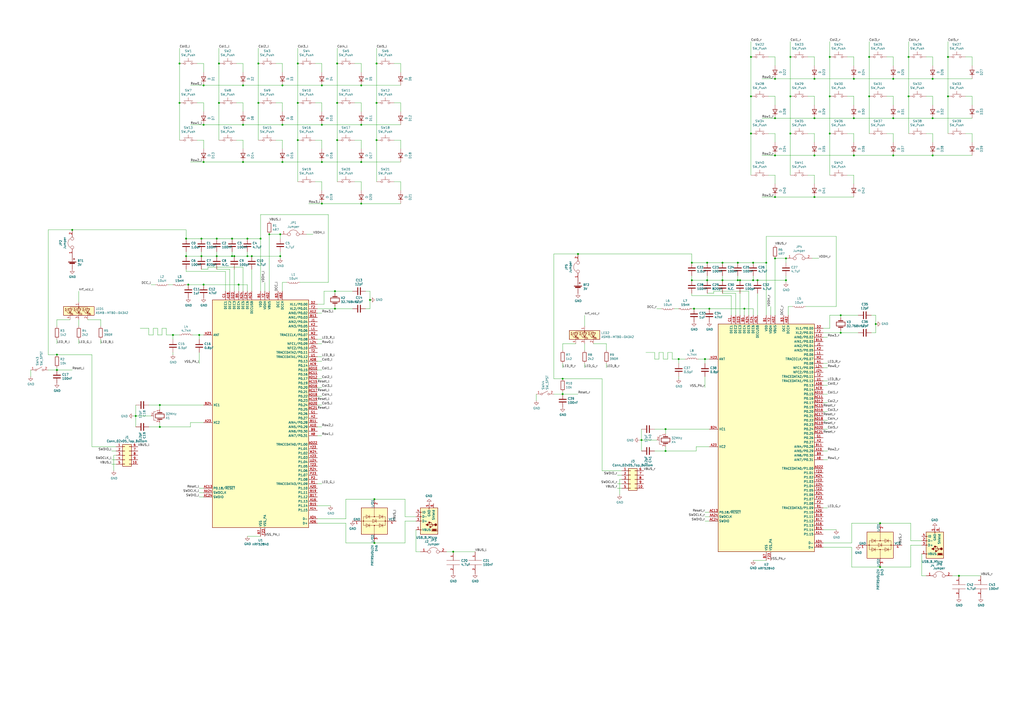
<source format=kicad_sch>
(kicad_sch (version 20211123) (generator eeschema)
  (paper "A2")
  (title_block (title "Eploring_Kicad"))
  (junction (at 134.62 138.43))
  (junction (at 335.28 147.32))
  (junction (at 125.73 138.43))
  (junction (at 449.58 45.72))
  (junction (at 472.44 45.72))
  (junction (at 429.26 162.56))
  (junction (at 163.83 72.39))
  (junction (at 518.16 45.72))
  (junction (at 518.16 90.17))
  (junction (at 217.17 289.56))
  (junction (at 218.44 81.28))
  (junction (at 326.39 219.71))
  (junction (at 556.26 334.01))
  (junction (at 218.44 59.69))
  (junction (at 172.72 59.69))
  (junction (at 436.88 162.56))
  (junction (at 209.55 72.39))
  (junction (at 431.8 179.07))
  (junction (at 455.93 162.56))
  (junction (at 435.61 77.47))
  (junction (at 134.62 148.59))
  (junction (at 472.44 68.58))
  (junction (at 427.99 152.4))
  (junction (at 194.31 179.07))
  (junction (at 143.51 138.43))
  (junction (at 495.3 68.58))
  (junction (at 125.73 148.59))
  (junction (at 140.97 72.39))
  (junction (at 449.58 90.17))
  (junction (at 217.17 314.96))
  (junction (at 487.68 182.88))
  (junction (at 116.84 148.59))
  (junction (at 78.74 241.3))
  (junction (at 481.33 77.47))
  (junction (at 209.55 93.98))
  (junction (at 194.31 168.91))
  (junction (at 92.71 234.95))
  (junction (at 518.16 68.58))
  (junction (at 104.14 36.83))
  (junction (at 262.89 320.04))
  (junction (at 510.54 328.93))
  (junction (at 504.19 33.02))
  (junction (at 419.1 162.56))
  (junction (at 326.39 228.6))
  (junction (at 401.32 162.56))
  (junction (at 435.61 55.88))
  (junction (at 209.55 118.11))
  (junction (at 218.44 36.83))
  (junction (at 472.44 90.17))
  (junction (at 472.44 114.3))
  (junction (at 495.3 45.72))
  (junction (at 107.95 148.59))
  (junction (at 127 59.69))
  (junction (at 118.11 72.39))
  (junction (at 458.47 77.47))
  (junction (at 118.11 93.98))
  (junction (at 118.11 165.1))
  (junction (at 549.91 55.88))
  (junction (at 410.21 162.56))
  (junction (at 149.86 36.83))
  (junction (at 527.05 33.02))
  (junction (at 162.56 135.89))
  (junction (at 115.57 194.31))
  (junction (at 109.22 165.1))
  (junction (at 149.86 59.69))
  (junction (at 138.43 165.1))
  (junction (at 140.97 93.98))
  (junction (at 107.95 138.43))
  (junction (at 92.71 247.65))
  (junction (at 541.02 45.72))
  (junction (at 186.69 49.53))
  (junction (at 186.69 72.39))
  (junction (at 209.55 49.53))
  (junction (at 186.69 93.98))
  (junction (at 135.89 148.59))
  (junction (at 162.56 148.59))
  (junction (at 458.47 55.88))
  (junction (at 172.72 36.83))
  (junction (at 510.54 303.53))
  (junction (at 427.99 162.56))
  (junction (at 143.51 148.59))
  (junction (at 436.88 152.4))
  (junction (at 41.91 133.35))
  (junction (at 140.97 49.53))
  (junction (at 33.02 205.74))
  (junction (at 487.68 193.04))
  (junction (at 402.59 179.07))
  (junction (at 449.58 68.58))
  (junction (at 386.08 261.62))
  (junction (at 495.3 90.17))
  (junction (at 408.94 208.28))
  (junction (at 186.69 118.11))
  (junction (at 549.91 33.02))
  (junction (at 401.32 152.4))
  (junction (at 146.05 148.59))
  (junction (at 435.61 33.02))
  (junction (at 104.14 59.69))
  (junction (at 393.7 208.28))
  (junction (at 151.13 138.43))
  (junction (at 214.63 173.99))
  (junction (at 541.02 68.58))
  (junction (at 508 187.96))
  (junction (at 455.93 149.86))
  (junction (at 527.05 55.88))
  (junction (at 458.47 33.02))
  (junction (at 195.58 36.83))
  (junction (at 386.08 248.92))
  (junction (at 504.19 55.88))
  (junction (at 372.11 255.27))
  (junction (at 163.83 93.98))
  (junction (at 118.11 49.53))
  (junction (at 163.83 49.53))
  (junction (at 33.02 214.63))
  (junction (at 156.21 135.89))
  (junction (at 195.58 81.28))
  (junction (at 439.42 162.56))
  (junction (at 116.84 138.43))
  (junction (at 444.5 152.4))
  (junction (at 481.33 55.88))
  (junction (at 449.58 114.3))
  (junction (at 127 36.83))
  (junction (at 449.58 149.86))
  (junction (at 411.48 179.07))
  (junction (at 195.58 59.69))
  (junction (at 419.1 152.4))
  (junction (at 481.33 33.02))
  (junction (at 100.33 194.31))
  (junction (at 172.72 81.28))
  (junction (at 541.02 90.17))
  (junction (at 410.21 152.4))
  (wire (pts (xy 431.8 182.88) (xy 431.8 179.07)))
  (wire (pts (xy 495.3 45.72) (xy 518.16 45.72)))
  (wire (pts (xy 163.83 81.28) (xy 163.83 86.36)))
  (wire (pts (xy 495.3 33.02) (xy 495.3 38.1)))
  (wire (pts (xy 537.21 334.01) (xy 534.67 334.01)))
  (wire (pts (xy 151.13 138.43) (xy 151.13 124.46)))
  (wire (pts (xy 184.15 280.67) (xy 186.69 280.67)))
  (wire (pts (xy 360.68 283.21) (xy 358.14 283.21)))
  (wire (pts (xy 125.73 146.05) (xy 125.73 148.59)))
  (wire (pts (xy 349.25 219.71) (xy 326.39 219.71)))
  (wire (pts (xy 160.02 81.28) (xy 163.83 81.28)))
  (wire (pts (xy 401.32 162.56) (xy 410.21 162.56)))
  (wire (pts (xy 163.83 72.39) (xy 140.97 72.39)))
  (wire (pts (xy 186.69 118.11) (xy 209.55 118.11)))
  (wire (pts (xy 181.61 135.89) (xy 177.8 135.89)))
  (wire (pts (xy 477.52 220.98) (xy 480.06 220.98)))
  (wire (pts (xy 53.34 259.08) (xy 53.34 205.74)))
  (wire (pts (xy 33.02 196.85) (xy 33.02 199.39)))
  (wire (pts (xy 33.02 213.36) (xy 33.02 214.63)))
  (wire (pts (xy 435.61 33.02) (xy 435.61 24.13)))
  (wire (pts (xy 217.17 314.96) (xy 200.66 314.96)))
  (wire (pts (xy 528.32 328.93) (xy 528.32 316.23)))
  (wire (pts (xy 518.16 77.47) (xy 518.16 82.55)))
  (wire (pts (xy 401.32 147.32) (xy 401.32 152.4)))
  (wire (pts (xy 537.21 77.47) (xy 541.02 77.47)))
  (wire (pts (xy 541.02 68.58) (xy 518.16 68.58)))
  (wire (pts (xy 455.93 160.02) (xy 455.93 162.56)))
  (wire (pts (xy 97.79 165.1) (xy 100.33 165.1)))
  (wire (pts (xy 205.74 81.28) (xy 209.55 81.28)))
  (wire (pts (xy 403.86 261.62) (xy 403.86 259.08)))
  (wire (pts (xy 541.02 45.72) (xy 563.88 45.72)))
  (wire (pts (xy 326.39 227.33) (xy 326.39 228.6)))
  (wire (pts (xy 414.02 168.91) (xy 414.02 170.18)))
  (wire (pts (xy 93.98 190.5) (xy 93.98 194.31)))
  (wire (pts (xy 194.31 179.07) (xy 194.31 177.8)))
  (wire (pts (xy 156.21 135.89) (xy 156.21 168.91)))
  (wire (pts (xy 64.77 261.62) (xy 67.31 261.62)))
  (wire (pts (xy 182.88 59.69) (xy 186.69 59.69)))
  (wire (pts (xy 118.11 59.69) (xy 118.11 64.77)))
  (wire (pts (xy 434.34 168.91) (xy 414.02 168.91)))
  (wire (pts (xy 53.34 205.74) (xy 33.02 205.74)))
  (wire (pts (xy 140.97 81.28) (xy 140.97 86.36)))
  (wire (pts (xy 381 179.07) (xy 383.54 179.07)))
  (wire (pts (xy 116.84 138.43) (xy 125.73 138.43)))
  (wire (pts (xy 514.35 55.88) (xy 518.16 55.88)))
  (wire (pts (xy 143.51 148.59) (xy 146.05 148.59)))
  (wire (pts (xy 468.63 55.88) (xy 472.44 55.88)))
  (wire (pts (xy 133.35 156.21) (xy 133.35 168.91)))
  (wire (pts (xy 86.36 190.5) (xy 81.28 190.5)))
  (wire (pts (xy 120.65 156.21) (xy 116.84 156.21)))
  (wire (pts (xy 436.88 152.4) (xy 444.5 152.4)))
  (wire (pts (xy 458.47 33.02) (xy 458.47 24.13)))
  (wire (pts (xy 115.57 288.29) (xy 118.11 288.29)))
  (wire (pts (xy 449.58 55.88) (xy 449.58 60.96)))
  (wire (pts (xy 130.81 157.48) (xy 130.81 168.91)))
  (wire (pts (xy 218.44 36.83) (xy 218.44 59.69)))
  (wire (pts (xy 491.49 77.47) (xy 495.3 77.47)))
  (wire (pts (xy 118.11 36.83) (xy 118.11 41.91)))
  (wire (pts (xy 195.58 81.28) (xy 195.58 59.69)))
  (wire (pts (xy 217.17 314.96) (xy 234.95 314.96)))
  (wire (pts (xy 481.33 55.88) (xy 481.33 33.02)))
  (wire (pts (xy 410.21 160.02) (xy 410.21 162.56)))
  (wire (pts (xy 445.77 33.02) (xy 449.58 33.02)))
  (wire (pts (xy 107.95 133.35) (xy 107.95 138.43)))
  (wire (pts (xy 134.62 138.43) (xy 143.51 138.43)))
  (wire (pts (xy 455.93 162.56) (xy 455.93 163.83)))
  (wire (pts (xy 372.11 255.27) (xy 372.11 248.92)))
  (wire (pts (xy 326.39 228.6) (xy 335.28 228.6)))
  (wire (pts (xy 228.6 59.69) (xy 232.41 59.69)))
  (wire (pts (xy 401.32 160.02) (xy 401.32 162.56)))
  (wire (pts (xy 92.71 234.95) (xy 86.36 234.95)))
  (wire (pts (xy 212.09 168.91) (xy 214.63 168.91)))
  (wire (pts (xy 64.77 266.7) (xy 67.31 266.7)))
  (wire (pts (xy 311.15 228.6) (xy 311.15 232.41)))
  (wire (pts (xy 58.42 185.42) (xy 58.42 189.23)))
  (wire (pts (xy 487.68 193.04) (xy 477.52 193.04)))
  (wire (pts (xy 200.66 300.99) (xy 200.66 289.56)))
  (wire (pts (xy 458.47 77.47) (xy 458.47 101.6)))
  (wire (pts (xy 410.21 152.4) (xy 419.1 152.4)))
  (wire (pts (xy 143.51 138.43) (xy 151.13 138.43)))
  (wire (pts (xy 27.94 214.63) (xy 33.02 214.63)))
  (wire (pts (xy 401.32 171.45) (xy 401.32 170.18)))
  (wire (pts (xy 27.94 205.74) (xy 27.94 133.35)))
  (wire (pts (xy 549.91 24.13) (xy 549.91 33.02)))
  (wire (pts (xy 109.22 165.1) (xy 118.11 165.1)))
  (wire (pts (xy 414.02 170.18) (xy 410.21 170.18)))
  (wire (pts (xy 477.52 314.96) (xy 494.03 314.96)))
  (wire (pts (xy 53.34 259.08) (xy 67.31 259.08)))
  (wire (pts (xy 200.66 289.56) (xy 217.17 289.56)))
  (wire (pts (xy 163.83 49.53) (xy 186.69 49.53)))
  (wire (pts (xy 186.69 105.41) (xy 186.69 110.49)))
  (wire (pts (xy 382.27 204.47) (xy 382.27 208.28)))
  (wire (pts (xy 115.57 194.31) (xy 111.76 194.31)))
  (wire (pts (xy 468.63 33.02) (xy 472.44 33.02)))
  (wire (pts (xy 360.68 278.13) (xy 359.41 278.13)))
  (wire (pts (xy 560.07 77.47) (xy 563.88 77.47)))
  (wire (pts (xy 107.95 148.59) (xy 116.84 148.59)))
  (wire (pts (xy 262.89 320.04) (xy 275.59 320.04)))
  (wire (pts (xy 234.95 289.56) (xy 217.17 289.56)))
  (wire (pts (xy 17.78 214.63) (xy 17.78 218.44)))
  (wire (pts (xy 457.2 177.8) (xy 457.2 182.88)))
  (wire (pts (xy 510.54 328.93) (xy 528.32 328.93)))
  (wire (pts (xy 92.71 247.65) (xy 92.71 245.11)))
  (wire (pts (xy 118.11 93.98) (xy 140.97 93.98)))
  (wire (pts (xy 137.16 81.28) (xy 140.97 81.28)))
  (wire (pts (xy 455.93 149.86) (xy 455.93 152.4)))
  (wire (pts (xy 408.94 299.72) (xy 411.48 299.72)))
  (wire (pts (xy 382.27 208.28) (xy 379.73 208.28)))
  (wire (pts (xy 186.69 81.28) (xy 186.69 86.36)))
  (wire (pts (xy 135.89 156.21) (xy 135.89 168.91)))
  (wire (pts (xy 140.97 59.69) (xy 140.97 64.77)))
  (wire (pts (xy 401.32 152.4) (xy 410.21 152.4)))
  (wire (pts (xy 495.3 68.58) (xy 472.44 68.58)))
  (wire (pts (xy 110.49 247.65) (xy 110.49 245.11)))
  (wire (pts (xy 58.42 196.85) (xy 58.42 199.39)))
  (wire (pts (xy 118.11 81.28) (xy 118.11 86.36)))
  (wire (pts (xy 91.44 190.5) (xy 88.9 190.5)))
  (wire (pts (xy 349.25 273.05) (xy 349.25 219.71)))
  (wire (pts (xy 477.52 248.92) (xy 480.06 248.92)))
  (wire (pts (xy 518.16 33.02) (xy 518.16 38.1)))
  (wire (pts (xy 190.5 124.46) (xy 190.5 163.83)))
  (wire (pts (xy 487.68 184.15) (xy 487.68 182.88)))
  (wire (pts (xy 149.86 59.69) (xy 149.86 36.83)))
  (wire (pts (xy 514.35 77.47) (xy 518.16 77.47)))
  (wire (pts (xy 384.81 204.47) (xy 384.81 208.28)))
  (wire (pts (xy 172.72 36.83) (xy 172.72 27.94)))
  (wire (pts (xy 458.47 33.02) (xy 458.47 55.88)))
  (wire (pts (xy 114.3 36.83) (xy 118.11 36.83)))
  (wire (pts (xy 552.45 334.01) (xy 556.26 334.01)))
  (wire (pts (xy 184.15 199.39) (xy 186.69 199.39)))
  (wire (pts (xy 429.26 162.56) (xy 436.88 162.56)))
  (wire (pts (xy 228.6 81.28) (xy 232.41 81.28)))
  (wire (pts (xy 214.63 173.99) (xy 214.63 179.07)))
  (wire (pts (xy 358.14 280.67) (xy 360.68 280.67)))
  (wire (pts (xy 426.72 170.18) (xy 426.72 182.88)))
  (wire (pts (xy 408.94 218.44) (xy 408.94 224.79)))
  (wire (pts (xy 401.32 179.07) (xy 402.59 179.07)))
  (wire (pts (xy 115.57 285.75) (xy 118.11 285.75)))
  (wire (pts (xy 92.71 247.65) (xy 86.36 247.65)))
  (wire (pts (xy 481.33 190.5) (xy 481.33 182.88)))
  (wire (pts (xy 88.9 194.31) (xy 86.36 194.31)))
  (wire (pts (xy 134.62 148.59) (xy 135.89 148.59)))
  (wire (pts (xy 86.36 194.31) (xy 86.36 190.5)))
  (wire (pts (xy 403.86 259.08) (xy 411.48 259.08)))
  (wire (pts (xy 179.07 118.11) (xy 186.69 118.11)))
  (wire (pts (xy 184.15 214.63) (xy 186.69 214.63)))
  (wire (pts (xy 172.72 81.28) (xy 172.72 105.41)))
  (wire (pts (xy 472.44 33.02) (xy 472.44 38.1)))
  (wire (pts (xy 560.07 55.88) (xy 563.88 55.88)))
  (wire (pts (xy 541.02 77.47) (xy 541.02 82.55)))
  (wire (pts (xy 209.55 49.53) (xy 232.41 49.53)))
  (wire (pts (xy 104.14 36.83) (xy 104.14 27.94)))
  (wire (pts (xy 127 59.69) (xy 127 81.28)))
  (wire (pts (xy 133.35 156.21) (xy 125.73 156.21)))
  (wire (pts (xy 389.89 208.28) (xy 389.89 204.47)))
  (wire (pts (xy 468.63 101.6) (xy 472.44 101.6)))
  (wire (pts (xy 96.52 194.31) (xy 96.52 190.5)))
  (wire (pts (xy 149.86 81.28) (xy 149.86 59.69)))
  (wire (pts (xy 140.97 154.94) (xy 120.65 154.94)))
  (wire (pts (xy 431.8 179.07) (xy 436.88 179.07)))
  (wire (pts (xy 411.48 179.07) (xy 431.8 179.07)))
  (wire (pts (xy 153.67 163.83) (xy 153.67 168.91)))
  (wire (pts (xy 209.55 72.39) (xy 186.69 72.39)))
  (wire (pts (xy 393.7 218.44) (xy 393.7 219.71)))
  (wire (pts (xy 518.16 55.88) (xy 518.16 60.96)))
  (wire (pts (xy 162.56 146.05) (xy 162.56 148.59)))
  (wire (pts (xy 444.5 152.4) (xy 444.5 137.16)))
  (wire (pts (xy 205.74 105.41) (xy 209.55 105.41)))
  (wire (pts (xy 118.11 165.1) (xy 138.43 165.1)))
  (wire (pts (xy 184.15 229.87) (xy 186.69 229.87)))
  (wire (pts (xy 186.69 49.53) (xy 209.55 49.53)))
  (wire (pts (xy 115.57 204.47) (xy 115.57 210.82)))
  (wire (pts (xy 182.88 105.41) (xy 186.69 105.41)))
  (wire (pts (xy 321.31 147.32) (xy 335.28 147.32)))
  (wire (pts (xy 138.43 165.1) (xy 143.51 165.1)))
  (wire (pts (xy 445.77 101.6) (xy 449.58 101.6)))
  (wire (pts (xy 351.79 210.82) (xy 351.79 213.36)))
  (wire (pts (xy 96.52 190.5) (xy 93.98 190.5)))
  (wire (pts (xy 379.73 208.28) (xy 379.73 204.47)))
  (wire (pts (xy 487.68 182.88) (xy 497.84 182.88)))
  (wire (pts (xy 163.83 93.98) (xy 186.69 93.98)))
  (wire (pts (xy 93.98 194.31) (xy 91.44 194.31)))
  (wire (pts (xy 427.99 152.4) (xy 436.88 152.4)))
  (wire (pts (xy 186.69 59.69) (xy 186.69 64.77)))
  (wire (pts (xy 184.15 300.99) (xy 200.66 300.99)))
  (wire (pts (xy 541.02 55.88) (xy 541.02 60.96)))
  (wire (pts (xy 184.15 219.71) (xy 186.69 219.71)))
  (wire (pts (xy 477.52 223.52) (xy 480.06 223.52)))
  (wire (pts (xy 563.88 33.02) (xy 563.88 38.1)))
  (wire (pts (xy 472.44 77.47) (xy 472.44 82.55)))
  (wire (pts (xy 477.52 195.58) (xy 480.06 195.58)))
  (wire (pts (xy 127 36.83) (xy 127 27.94)))
  (wire (pts (xy 205.74 36.83) (xy 209.55 36.83)))
  (wire (pts (xy 194.31 170.18) (xy 194.31 168.91)))
  (wire (pts (xy 472.44 45.72) (xy 495.3 45.72)))
  (wire (pts (xy 441.96 90.17) (xy 449.58 90.17)))
  (wire (pts (xy 232.41 81.28) (xy 232.41 86.36)))
  (wire (pts (xy 184.15 196.85) (xy 186.69 196.85)))
  (wire (pts (xy 495.3 101.6) (xy 495.3 106.68)))
  (wire (pts (xy 386.08 248.92) (xy 379.73 248.92)))
  (wire (pts (xy 435.61 55.88) (xy 435.61 77.47)))
  (wire (pts (xy 140.97 36.83) (xy 140.97 41.91)))
  (wire (pts (xy 491.49 33.02) (xy 495.3 33.02)))
  (wire (pts (xy 184.15 207.01) (xy 186.69 207.01)))
  (wire (pts (xy 232.41 59.69) (xy 232.41 64.77)))
  (wire (pts (xy 408.94 208.28) (xy 411.48 208.28)))
  (wire (pts (xy 115.57 283.21) (xy 118.11 283.21)))
  (wire (pts (xy 67.31 264.16) (xy 66.04 264.16)))
  (wire (pts (xy 435.61 33.02) (xy 435.61 55.88)))
  (wire (pts (xy 209.55 36.83) (xy 209.55 41.91)))
  (wire (pts (xy 472.44 55.88) (xy 472.44 60.96)))
  (wire (pts (xy 504.19 33.02) (xy 504.19 24.13)))
  (wire (pts (xy 495.3 55.88) (xy 495.3 60.96)))
  (wire (pts (xy 187.96 168.91) (xy 194.31 168.91)))
  (wire (pts (xy 494.03 314.96) (xy 494.03 303.53)))
  (wire (pts (xy 110.49 93.98) (xy 118.11 93.98)))
  (wire (pts (xy 472.44 90.17) (xy 495.3 90.17)))
  (wire (pts (xy 505.46 182.88) (xy 508 182.88)))
  (wire (pts (xy 334.01 199.39) (xy 326.39 199.39)))
  (wire (pts (xy 381 255.27) (xy 372.11 255.27)))
  (wire (pts (xy 477.52 210.82) (xy 480.06 210.82)))
  (wire (pts (xy 477.52 190.5) (xy 481.33 190.5)))
  (wire (pts (xy 449.58 149.86) (xy 455.93 149.86)))
  (wire (pts (xy 115.57 194.31) (xy 118.11 194.31)))
  (wire (pts (xy 497.84 193.04) (xy 487.68 193.04)))
  (wire (pts (xy 184.15 181.61) (xy 186.69 181.61)))
  (wire (pts (xy 243.84 320.04) (xy 241.3 320.04)))
  (wire (pts (xy 495.3 90.17) (xy 518.16 90.17)))
  (wire (pts (xy 389.89 204.47) (xy 387.35 204.47)))
  (wire (pts (xy 527.05 24.13) (xy 527.05 33.02)))
  (wire (pts (xy 477.52 233.68) (xy 480.06 233.68)))
  (wire (pts (xy 344.17 199.39) (xy 351.79 199.39)))
  (wire (pts (xy 172.72 59.69) (xy 172.72 81.28)))
  (wire (pts (xy 339.09 182.88) (xy 339.09 189.23)))
  (wire (pts (xy 194.31 168.91) (xy 204.47 168.91)))
  (wire (pts (xy 391.16 179.07) (xy 393.7 179.07)))
  (wire (pts (xy 518.16 90.17) (xy 541.02 90.17)))
  (wire (pts (xy 472.44 68.58) (xy 449.58 68.58)))
  (wire (pts (xy 426.72 170.18) (xy 419.1 170.18)))
  (wire (pts (xy 527.05 77.47) (xy 527.05 55.88)))
  (wire (pts (xy 419.1 152.4) (xy 427.99 152.4)))
  (wire (pts (xy 472.44 114.3) (xy 495.3 114.3)))
  (wire (pts (xy 508 193.04) (xy 505.46 193.04)))
  (wire (pts (xy 474.98 149.86) (xy 471.17 149.86)))
  (wire (pts (xy 134.62 146.05) (xy 134.62 148.59)))
  (wire (pts (xy 104.14 59.69) (xy 104.14 81.28)))
  (wire (pts (xy 118.11 234.95) (xy 92.71 234.95)))
  (wire (pts (xy 33.02 185.42) (xy 33.02 189.23)))
  (wire (pts (xy 209.55 118.11) (xy 232.41 118.11)))
  (wire (pts (xy 393.7 208.28) (xy 389.89 208.28)))
  (wire (pts (xy 397.51 208.28) (xy 393.7 208.28)))
  (wire (pts (xy 40.64 185.42) (xy 33.02 185.42)))
  (wire (pts (xy 214.63 168.91) (xy 214.63 173.99)))
  (wire (pts (xy 166.37 163.83) (xy 163.83 163.83)))
  (wire (pts (xy 140.97 93.98) (xy 163.83 93.98)))
  (wire (pts (xy 435.61 77.47) (xy 435.61 101.6)))
  (wire (pts (xy 386.08 261.62) (xy 386.08 259.08)))
  (wire (pts (xy 163.83 163.83) (xy 163.83 168.91)))
  (wire (pts (xy 477.52 266.7) (xy 480.06 266.7)))
  (wire (pts (xy 232.41 105.41) (xy 232.41 110.49)))
  (wire (pts (xy 228.6 36.83) (xy 232.41 36.83)))
  (wire (pts (xy 459.74 177.8) (xy 457.2 177.8)))
  (wire (pts (xy 77.47 241.3) (xy 78.74 241.3)))
  (wire (pts (xy 118.11 49.53) (xy 140.97 49.53)))
  (wire (pts (xy 528.32 316.23) (xy 534.67 316.23)))
  (wire (pts (xy 146.05 148.59) (xy 162.56 148.59)))
  (wire (pts (xy 182.88 81.28) (xy 186.69 81.28)))
  (wire (pts (xy 194.31 179.07) (xy 184.15 179.07)))
  (wire (pts (xy 370.84 255.27) (xy 372.11 255.27)))
  (wire (pts (xy 556.26 334.01) (xy 568.96 334.01)))
  (wire (pts (xy 495.3 77.47) (xy 495.3 82.55)))
  (wire (pts (xy 560.07 33.02) (xy 563.88 33.02)))
  (wire (pts (xy 27.94 133.35) (xy 41.91 133.35)))
  (wire (pts (xy 107.95 138.43) (xy 116.84 138.43)))
  (wire (pts (xy 138.43 168.91) (xy 138.43 165.1)))
  (wire (pts (xy 104.14 194.31) (xy 100.33 194.31)))
  (wire (pts (xy 402.59 179.07) (xy 411.48 179.07)))
  (wire (pts (xy 439.42 162.56) (xy 455.93 162.56)))
  (wire (pts (xy 424.18 171.45) (xy 401.32 171.45)))
  (wire (pts (xy 449.58 77.47) (xy 449.58 82.55)))
  (wire (pts (xy 66.04 264.16) (xy 66.04 273.05)))
  (wire (pts (xy 326.39 199.39) (xy 326.39 203.2)))
  (wire (pts (xy 541.02 33.02) (xy 541.02 38.1)))
  (wire (pts (xy 182.88 36.83) (xy 186.69 36.83)))
  (wire (pts (xy 393.7 208.28) (xy 393.7 210.82)))
  (wire (pts (xy 41.91 133.35) (xy 107.95 133.35)))
  (wire (pts (xy 140.97 154.94) (xy 140.97 168.91)))
  (wire (pts (xy 115.57 196.85) (xy 115.57 194.31)))
  (wire (pts (xy 110.49 49.53) (xy 118.11 49.53)))
  (wire (pts (xy 411.48 248.92) (xy 386.08 248.92)))
  (wire (pts (xy 410.21 162.56) (xy 419.1 162.56)))
  (wire (pts (xy 143.51 165.1) (xy 143.51 168.91)))
  (wire (pts (xy 140.97 49.53) (xy 163.83 49.53)))
  (wire (pts (xy 491.49 101.6) (xy 495.3 101.6)))
  (wire (pts (xy 349.25 273.05) (xy 360.68 273.05)))
  (wire (pts (xy 447.04 177.8) (xy 447.04 182.88)))
  (wire (pts (xy 386.08 261.62) (xy 403.86 261.62)))
  (wire (pts (xy 494.03 328.93) (xy 494.03 317.5)))
  (wire (pts (xy 100.33 204.47) (xy 100.33 205.74)))
  (wire (pts (xy 379.73 204.47) (xy 374.65 204.47)))
  (wire (pts (xy 504.19 33.02) (xy 504.19 55.88)))
  (wire (pts (xy 200.66 303.53) (xy 184.15 303.53)))
  (wire (pts (xy 384.81 204.47) (xy 382.27 204.47)))
  (wire (pts (xy 218.44 27.94) (xy 218.44 36.83)))
  (wire (pts (xy 468.63 77.47) (xy 472.44 77.47)))
  (wire (pts (xy 114.3 59.69) (xy 118.11 59.69)))
  (wire (pts (xy 436.88 160.02) (xy 436.88 162.56)))
  (wire (pts (xy 184.15 176.53) (xy 187.96 176.53)))
  (wire (pts (xy 528.32 313.69) (xy 528.32 303.53)))
  (wire (pts (xy 209.55 59.69) (xy 209.55 64.77)))
  (wire (pts (xy 205.74 59.69) (xy 209.55 59.69)))
  (wire (pts (xy 173.99 163.83) (xy 190.5 163.83)))
  (wire (pts (xy 214.63 179.07) (xy 212.09 179.07)))
  (wire (pts (xy 92.71 237.49) (xy 92.71 234.95)))
  (wire (pts (xy 232.41 72.39) (xy 209.55 72.39)))
  (wire (pts (xy 477.52 228.6) (xy 480.06 228.6)))
  (wire (pts (xy 87.63 165.1) (xy 90.17 165.1)))
  (wire (pts (xy 45.72 196.85) (xy 45.72 199.39)))
  (wire (pts (xy 110.49 245.11) (xy 118.11 245.11)))
  (wire (pts (xy 436.88 179.07) (xy 436.88 182.88)))
  (wire (pts (xy 439.42 170.18) (xy 439.42 182.88)))
  (wire (pts (xy 195.58 59.69) (xy 195.58 36.83)))
  (wire (pts (xy 508 187.96) (xy 508 193.04)))
  (wire (pts (xy 528.32 303.53) (xy 510.54 303.53)))
  (wire (pts (xy 494.03 317.5) (xy 477.52 317.5)))
  (wire (pts (xy 149.86 36.83) (xy 149.86 27.94)))
  (wire (pts (xy 184.15 234.95) (xy 186.69 234.95)))
  (wire (pts (xy 481.33 182.88) (xy 487.68 182.88)))
  (wire (pts (xy 160.02 36.83) (xy 163.83 36.83)))
  (wire (pts (xy 135.89 148.59) (xy 143.51 148.59)))
  (wire (pts (xy 33.02 205.74) (xy 27.94 205.74)))
  (wire (pts (xy 508 182.88) (xy 508 187.96)))
  (wire (pts (xy 563.88 55.88) (xy 563.88 60.96)))
  (wire (pts (xy 110.49 72.39) (xy 118.11 72.39)))
  (wire (pts (xy 67.31 269.24) (xy 64.77 269.24)))
  (wire (pts (xy 534.67 313.69) (xy 528.32 313.69)))
  (wire (pts (xy 116.84 148.59) (xy 125.73 148.59)))
  (wire (pts (xy 477.52 294.64) (xy 480.06 294.64)))
  (wire (pts (xy 209.55 93.98) (xy 232.41 93.98)))
  (wire (pts (xy 259.08 320.04) (xy 262.89 320.04)))
  (wire (pts (xy 541.02 90.17) (xy 563.88 90.17)))
  (wire (pts (xy 232.41 36.83) (xy 232.41 41.91)))
  (wire (pts (xy 127 36.83) (xy 127 59.69)))
  (wire (pts (xy 429.26 170.18) (xy 429.26 182.88)))
  (wire (pts (xy 477.52 243.84) (xy 480.06 243.84)))
  (wire (pts (xy 100.33 194.31) (xy 100.33 196.85)))
  (wire (pts (xy 114.3 81.28) (xy 118.11 81.28)))
  (wire (pts (xy 514.35 33.02) (xy 518.16 33.02)))
  (wire (pts (xy 485.14 137.16) (xy 485.14 177.8)))
  (wire (pts (xy 444.5 152.4) (xy 444.5 182.88)))
  (wire (pts (xy 436.88 325.12) (xy 444.5 325.12)))
  (wire (pts (xy 321.31 228.6) (xy 326.39 228.6)))
  (wire (pts (xy 100.33 194.31) (xy 96.52 194.31)))
  (wire (pts (xy 449.58 114.3) (xy 472.44 114.3)))
  (wire (pts (xy 534.67 334.01) (xy 534.67 321.31)))
  (wire (pts (xy 107.95 157.48) (xy 107.95 156.21)))
  (wire (pts (xy 140.97 72.39) (xy 118.11 72.39)))
  (wire (pts (xy 78.74 241.3) (xy 78.74 234.95)))
  (wire (pts (xy 339.09 210.82) (xy 339.09 213.36)))
  (wire (pts (xy 234.95 299.72) (xy 234.95 289.56)))
  (wire (pts (xy 125.73 148.59) (xy 134.62 148.59)))
  (wire (pts (xy 45.72 185.42) (xy 45.72 189.23)))
  (wire (pts (xy 195.58 27.94) (xy 195.58 36.83)))
  (wire (pts (xy 186.69 93.98) (xy 209.55 93.98)))
  (wire (pts (xy 228.6 105.41) (xy 232.41 105.41)))
  (wire (pts (xy 195.58 105.41) (xy 195.58 81.28)))
  (wire (pts (xy 234.95 314.96) (xy 234.95 302.26)))
  (wire (pts (xy 537.21 33.02) (xy 541.02 33.02)))
  (wire (pts (xy 445.77 55.88) (xy 449.58 55.88)))
  (wire (pts (xy 427.99 162.56) (xy 429.26 162.56)))
  (wire (pts (xy 156.21 135.89) (xy 162.56 135.89)))
  (wire (pts (xy 209.55 81.28) (xy 209.55 86.36)))
  (wire (pts (xy 104.14 36.83) (xy 104.14 59.69)))
  (wire (pts (xy 107.95 146.05) (xy 107.95 148.59)))
  (wire (pts (xy 163.83 59.69) (xy 163.83 64.77)))
  (wire (pts (xy 358.14 275.59) (xy 360.68 275.59)))
  (wire (pts (xy 386.08 261.62) (xy 379.73 261.62)))
  (wire (pts (xy 477.52 261.62) (xy 480.06 261.62)))
  (wire (pts (xy 563.88 68.58) (xy 541.02 68.58)))
  (wire (pts (xy 33.02 214.63) (xy 41.91 214.63)))
  (wire (pts (xy 477.52 238.76) (xy 480.06 238.76)))
  (wire (pts (xy 408.94 297.18) (xy 411.48 297.18)))
  (wire (pts (xy 187.96 176.53) (xy 187.96 168.91)))
  (wire (pts (xy 372.11 255.27) (xy 372.11 261.62)))
  (wire (pts (xy 130.81 157.48) (xy 107.95 157.48)))
  (wire (pts (xy 458.47 55.88) (xy 458.47 77.47)))
  (wire (pts (xy 487.68 193.04) (xy 487.68 191.77)))
  (wire (pts (xy 45.72 168.91) (xy 45.72 175.26)))
  (wire (pts (xy 436.88 162.56) (xy 439.42 162.56)))
  (wire (pts (xy 163.83 36.83) (xy 163.83 41.91)))
  (wire (pts (xy 184.15 209.55) (xy 186.69 209.55)))
  (wire (pts (xy 326.39 219.71) (xy 321.31 219.71)))
  (wire (pts (xy 444.5 137.16) (xy 485.14 137.16)))
  (wire (pts (xy 434.34 168.91) (xy 434.34 182.88)))
  (wire (pts (xy 137.16 36.83) (xy 140.97 36.83)))
  (wire (pts (xy 107.95 165.1) (xy 109.22 165.1)))
  (wire (pts (xy 116.84 146.05) (xy 116.84 148.59)))
  (wire (pts (xy 143.51 146.05) (xy 143.51 148.59)))
  (wire (pts (xy 441.96 114.3) (xy 449.58 114.3)))
  (wire (pts (xy 162.56 135.89) (xy 162.56 138.43)))
  (wire (pts (xy 359.41 278.13) (xy 359.41 287.02)))
  (wire (pts (xy 563.88 77.47) (xy 563.88 82.55)))
  (wire (pts (xy 184.15 247.65) (xy 186.69 247.65)))
  (wire (pts (xy 209.55 105.41) (xy 209.55 110.49)))
  (wire (pts (xy 241.3 299.72) (xy 234.95 299.72)))
  (wire (pts (xy 184.15 252.73) (xy 186.69 252.73)))
  (wire (pts (xy 321.31 219.71) (xy 321.31 147.32)))
  (wire (pts (xy 527.05 55.88) (xy 527.05 33.02)))
  (wire (pts (xy 481.33 33.02) (xy 481.33 24.13)))
  (wire (pts (xy 88.9 190.5) (xy 88.9 194.31)))
  (wire (pts (xy 387.35 204.47) (xy 387.35 208.28)))
  (wire (pts (xy 449.58 149.86) (xy 449.58 182.88)))
  (wire (pts (xy 467.36 177.8) (xy 485.14 177.8)))
  (wire (pts (xy 441.96 45.72) (xy 449.58 45.72)))
  (wire (pts (xy 162.56 148.59) (xy 162.56 149.86)))
  (wire (pts (xy 419.1 160.02) (xy 419.1 162.56)))
  (wire (pts (xy 472.44 101.6) (xy 472.44 106.68)))
  (wire (pts (xy 160.02 59.69) (xy 163.83 59.69)))
  (wire (pts (xy 518.16 45.72) (xy 541.02 45.72)))
  (wire (pts (xy 186.69 72.39) (xy 163.83 72.39)))
  (wire (pts (xy 518.16 68.58) (xy 495.3 68.58)))
  (wire (pts (xy 204.47 179.07) (xy 194.31 179.07)))
  (wire (pts (xy 143.51 311.15) (xy 151.13 311.15)))
  (wire (pts (xy 449.58 90.17) (xy 472.44 90.17)))
  (wire (pts (xy 510.54 328.93) (xy 494.03 328.93)))
  (wire (pts (xy 87.63 241.3) (xy 78.74 241.3)))
  (wire (pts (xy 408.94 210.82) (xy 408.94 208.28)))
  (wire (pts (xy 449.58 45.72) (xy 472.44 45.72)))
  (wire (pts (xy 491.49 55.88) (xy 495.3 55.88)))
  (wire (pts (xy 537.21 55.88) (xy 541.02 55.88)))
  (wire (pts (xy 441.96 68.58) (xy 449.58 68.58)))
  (wire (pts (xy 449.58 101.6) (xy 449.58 106.68)))
  (wire (pts (xy 50.8 185.42) (xy 58.42 185.42)))
  (wire (pts (xy 91.44 190.5) (xy 91.44 194.31)))
  (wire (pts (xy 218.44 81.28) (xy 218.44 105.41)))
  (wire (pts (xy 326.39 210.82) (xy 326.39 213.36)))
  (wire (pts (xy 494.03 303.53) (xy 510.54 303.53)))
  (wire (pts (xy 408.94 208.28) (xy 405.13 208.28)))
  (wire (pts (xy 408.94 302.26) (xy 411.48 302.26)))
  (wire (pts (xy 92.71 247.65) (xy 110.49 247.65)))
  (wire (pts (xy 549.91 33.02) (xy 549.91 55.88)))
  (wire (pts (xy 335.28 147.32) (xy 401.32 147.32)))
  (wire (pts (xy 200.66 314.96) (xy 200.66 303.53)))
  (wire (pts (xy 186.69 36.83) (xy 186.69 41.91)))
  (wire (pts (xy 419.1 162.56) (xy 427.99 162.56)))
  (wire (pts (xy 481.33 101.6) (xy 481.33 77.47)))
  (wire (pts (xy 184.15 224.79) (xy 186.69 224.79)))
  (wire (pts (xy 339.09 199.39) (xy 339.09 203.2)))
  (wire (pts (xy 351.79 199.39) (xy 351.79 203.2)))
  (wire (pts (xy 427.99 160.02) (xy 427.99 162.56)))
  (wire (pts (xy 120.65 154.94) (xy 120.65 156.21)))
  (wire (pts (xy 151.13 138.43) (xy 151.13 168.91)))
  (wire (pts (xy 172.72 36.83) (xy 172.72 59.69)))
  (wire (pts (xy 477.52 213.36) (xy 480.06 213.36)))
  (wire (pts (xy 184.15 293.37) (xy 191.77 293.37)))
  (wire (pts (xy 424.18 171.45) (xy 424.18 182.88)))
  (wire (pts (xy 241.3 320.04) (xy 241.3 307.34)))
  (wire (pts (xy 387.35 208.28) (xy 384.81 208.28)))
  (wire (pts (xy 137.16 59.69) (xy 140.97 59.69)))
  (wire (pts (xy 125.73 138.43) (xy 134.62 138.43)))
  (wire (pts (xy 445.77 77.47) (xy 449.58 77.47)))
  (wire (pts (xy 151.13 124.46) (xy 190.5 124.46)))
  (wire (pts (xy 504.19 55.88) (xy 504.19 77.47)))
  (wire (pts (xy 146.05 156.21) (xy 146.05 168.91)))
  (wire (pts (xy 549.91 55.88) (xy 549.91 77.47)))
  (wire (pts (xy 218.44 59.69) (xy 218.44 81.28)))
  (wire (pts (xy 481.33 77.47) (xy 481.33 55.88)))
  (wire (pts (xy 477.52 307.34) (xy 485.14 307.34)))
  (wire (pts (xy 386.08 251.46) (xy 386.08 248.92)))
  (wire (pts (xy 78.74 241.3) (xy 78.74 247.65)))
  (wire (pts (xy 449.58 33.02) (xy 449.58 38.1)))
  (wire (pts (xy 234.95 302.26) (xy 241.3 302.26)))
  (label "nrf_vcc_l" (at 45.72 168.91 0))
  (label "Col0_l" (at 104.14 27.94 0))
  (label "Row1_r" (at 441.96 68.58 0))
  (label "Col0_r" (at 435.61 24.13 0))
  (label "Row3_r" (at 480.06 195.58 0))
  (label "Col2_l" (at 186.69 219.71 0))
  (label "LED_B_r" (at 480.06 220.98 0))
  (label "VBUS_r" (at 568.96 334.01 0))
  (label "Reset_l" (at 41.91 214.63 0))
  (label "LED_R_l" (at 186.69 196.85 0))
  (label "VBUS_l" (at 229.87 302.26 90))
  (label "Reset_l" (at 184.15 232.41 0))
  (label "LED_G_r" (at 480.06 294.64 0))
  (label "Row3_l" (at 179.07 118.11 0))
  (label "Row3_l" (at 186.69 181.61 0))
  (label "Reset_l" (at 184.15 222.25 0))
  (label "LED_R_r" (at 480.06 210.82 0))
  (label "SWDIO_r" (at 408.94 302.26 180))
  (label "DCC_l" (at 87.63 165.1 180))
  (label "Row0_l" (at 186.69 199.39 0))
  (label "Col2_l" (at 149.86 27.94 0))
  (label "VBUS_l" (at 156.21 128.27 0))
  (label "Reset_r" (at 477.52 241.3 0))
  (label "Row0_r" (at 441.96 45.72 0))
  (label "Col1_r" (at 458.47 24.13 0))
  (label "SWDIO_l" (at 115.57 288.29 180))
  (label "LED_B_l" (at 58.42 199.39 0))
  (label "SWDCLK_l" (at 115.57 285.75 180))
  (label "Col1_r" (at 480.06 228.6 0))
  (label "Col1_l" (at 127 27.94 0))
  (label "Col2_r" (at 481.33 24.13 0))
  (label "Row0_r" (at 480.06 213.36 0))
  (label "LED_B_l" (at 186.69 207.01 0))
  (label "Reset_l" (at 184.15 237.49 0))
  (label "VBUS_r" (at 449.58 142.24 0))
  (label "VSS_PA_r" (at 408.94 224.79 180))
  (label "Row2_r" (at 441.96 90.17 0))
  (label "Reset_r" (at 408.94 297.18 180))
  (label "LED_G_r" (at 339.09 213.36 0))
  (label "SWDIO_l" (at 64.77 261.62 180))
  (label "LED_G_l" (at 186.69 280.67 0))
  (label "Reset_r" (at 477.52 246.38 0))
  (label "Col5_l" (at 186.69 234.95 0))
  (label "VSS_PA_r" (at 447.04 325.12 0))
  (label "LED_R_r" (at 326.39 213.36 0))
  (label "LED_B_r" (at 351.79 213.36 0))
  (label "DCC_r" (at 454.66 182.88 90))
  (label "Col3_r" (at 504.19 24.13 0))
  (label "DCC_l" (at 161.29 168.91 90))
  (label "VDDH_r" (at 447.04 177.8 90))
  (label "Row0_l" (at 110.49 49.53 0))
  (label "Col5_r" (at 549.91 24.13 0))
  (label "Col5_l" (at 218.44 27.94 0))
  (label "Row3_r" (at 441.96 114.3 0))
  (label "Col3_l" (at 172.72 27.94 0))
  (label "VBUS_l" (at 80.01 259.08 0))
  (label "VDDH_r" (at 474.98 149.86 0))
  (label "Col3_r" (at 480.06 238.76 0))
  (label "SWDCLK_l" (at 64.77 266.7 180))
  (label "Col2_r" (at 480.06 233.68 0))
  (label "Col0_r" (at 480.06 223.52 0))
  (label "VBUS_l" (at 275.59 320.04 0))
  (label "Reset_l" (at 115.57 283.21 180))
  (label "SWDCLK_r" (at 358.14 280.67 180))
  (label "Col3_l" (at 186.69 224.79 0))
  (label "VDDH_l" (at 181.61 135.89 0))
  (label "Col0_l" (at 186.69 209.55 0))
  (label "VBUS_r" (at 358.14 283.21 180))
  (label "Row1_r" (at 480.06 266.7 0))
  (label "LED_G_l" (at 45.72 199.39 0))
  (label "VSS_PA_l" (at 115.57 210.82 180))
  (label "Row2_l" (at 110.49 93.98 0))
  (label "Reset_r" (at 477.52 236.22 0))
  (label "Row1_l" (at 186.69 252.73 0))
  (label "Col4_r" (at 480.06 243.84 0))
  (label "Reset_l" (at 184.15 227.33 0))
  (label "Col4_l" (at 195.58 27.94 0))
  (label "SWDIO_r" (at 358.14 275.59 180))
  (label "Row2_l" (at 186.69 247.65 0))
  (label "Col1_l" (at 186.69 214.63 0))
  (label "VBUS_r" (at 523.24 316.23 90))
  (label "Col4_l" (at 186.69 229.87 0))
  (label "Reset_r" (at 477.52 251.46 0))
  (label "Row1_l" (at 110.49 72.39 0))
  (label "nrf_vcc_r" (at 339.09 182.88 0))
  (label "Row2_r" (at 480.06 261.62 0))
  (label "DCC_r" (at 381 179.07 180))
  (label "SWDCLK_r" (at 408.94 299.72 180))
  (label "Reset_r" (at 335.28 228.6 0))
  (label "VBUS_r" (at 373.38 273.05 0))
  (label "VBUS_l" (at 64.77 269.24 180))
  (label "VSS_PA_l" (at 153.67 311.15 0))
  (label "LED_R_l" (at 33.02 199.39 0))
  (label "Col4_r" (at 527.05 24.13 0))
  (label "Col5_r" (at 480.06 248.92 0))
  (label "VDDH_l" (at 153.67 163.83 90))
  (symbol (lib_id "Device:D") (at 118.11 45.72 90) (unit 1)
    (property "Reference" "D1" (at 123.6218 45.72 0))
    (property "Value" "D" (at 121.3104 45.72 0))
    (property "Footprint" "Diode_SMD:D_SOD-123" (effects hide))
  )
  (symbol (lib_id "Switch:SW_Push") (at 109.22 36.83 0) (unit 1)
    (property "Reference" "SW1" (at 109.22 29.591 0))
    (property "Value" "SW_Push" (at 109.22 31.9024 0))
    (property "Footprint" "Switch_Keyboard_Hotswap_Kailh:SW_Hotswap_Kailh_Choc_V1V2_1.00u" (effects hide))
  )
  (symbol (lib_id "Device:D") (at 140.97 45.72 90) (unit 1)
    (property "Reference" "D2" (at 146.4818 45.72 0))
    (property "Value" "D" (at 144.1704 45.72 0))
    (property "Footprint" "Diode_SMD:D_SOD-123" (effects hide))
  )
  (symbol (lib_id "Switch:SW_Push") (at 132.08 36.83 0) (unit 1)
    (property "Reference" "SW2" (at 132.08 29.591 0))
    (property "Value" "SW_Push" (at 132.08 31.9024 0))
    (property "Footprint" "Switch_Keyboard_Hotswap_Kailh:SW_Hotswap_Kailh_Choc_V1V2_1.00u" (effects hide))
  )
  (symbol (lib_id "Device:D") (at 163.83 45.72 90) (unit 1)
    (property "Reference" "D3" (at 169.3418 45.72 0))
    (property "Value" "D" (at 167.0304 45.72 0))
    (property "Footprint" "Diode_SMD:D_SOD-123" (effects hide))
  )
  (symbol (lib_id "Switch:SW_Push") (at 154.94 36.83 0) (unit 1)
    (property "Reference" "SW3" (at 154.94 29.591 0))
    (property "Value" "SW_Push" (at 154.94 31.9024 0))
    (property "Footprint" "Switch_Keyboard_Hotswap_Kailh:SW_Hotswap_Kailh_Choc_V1V2_1.00u" (effects hide))
  )
  (symbol (lib_id "Device:D") (at 186.69 45.72 90) (unit 1)
    (property "Reference" "D4" (at 192.2018 45.72 0))
    (property "Value" "D" (at 189.8904 45.72 0))
    (property "Footprint" "Diode_SMD:D_SOD-123" (effects hide))
  )
  (symbol (lib_id "Switch:SW_Push") (at 177.8 36.83 0) (unit 1)
    (property "Reference" "SW4" (at 177.8 29.591 0))
    (property "Value" "SW_Push" (at 177.8 31.9024 0))
    (property "Footprint" "Switch_Keyboard_Hotswap_Kailh:SW_Hotswap_Kailh_Choc_V1V2_1.00u" (effects hide))
  )
  (symbol (lib_id "Device:D") (at 209.55 45.72 90) (unit 1)
    (property "Reference" "D5" (at 215.0618 45.72 0))
    (property "Value" "D" (at 212.7504 45.72 0))
    (property "Footprint" "Diode_SMD:D_SOD-123" (effects hide))
  )
  (symbol (lib_id "Switch:SW_Push") (at 200.66 36.83 0) (unit 1)
    (property "Reference" "SW5" (at 200.66 29.591 0))
    (property "Value" "SW_Push" (at 200.66 31.9024 0))
    (property "Footprint" "Switch_Keyboard_Hotswap_Kailh:SW_Hotswap_Kailh_Choc_V1V2_1.00u" (effects hide))
  )
  (symbol (lib_id "Device:D") (at 232.41 45.72 90) (unit 1)
    (property "Reference" "D6" (at 237.9218 45.72 0))
    (property "Value" "D" (at 235.6104 45.72 0))
    (property "Footprint" "Diode_SMD:D_SOD-123" (effects hide))
  )
  (symbol (lib_id "Switch:SW_Push") (at 223.52 36.83 0) (unit 1)
    (property "Reference" "SW6" (at 223.52 29.591 0))
    (property "Value" "SW_Push" (at 223.52 31.9024 0))
    (property "Footprint" "Switch_Keyboard_Hotswap_Kailh:SW_Hotswap_Kailh_Choc_V1V2_1.00u" (effects hide))
  )
  (symbol (lib_id "Device:D") (at 118.11 68.58 90) (unit 1)
    (property "Reference" "D7" (at 123.6218 68.58 0))
    (property "Value" "D" (at 121.3104 68.58 0))
    (property "Footprint" "Diode_SMD:D_SOD-123" (effects hide))
  )
  (symbol (lib_id "Switch:SW_Push") (at 109.22 59.69 0) (unit 1)
    (property "Reference" "SW7" (at 109.22 52.451 0))
    (property "Value" "SW_Push" (at 109.22 54.7624 0))
    (property "Footprint" "Switch_Keyboard_Hotswap_Kailh:SW_Hotswap_Kailh_Choc_V1V2_1.00u" (effects hide))
  )
  (symbol (lib_id "Device:D") (at 140.97 68.58 90) (unit 1)
    (property "Reference" "D8" (at 146.4818 68.58 0))
    (property "Value" "D" (at 144.1704 68.58 0))
    (property "Footprint" "Diode_SMD:D_SOD-123" (effects hide))
  )
  (symbol (lib_id "Switch:SW_Push") (at 132.08 59.69 0) (unit 1)
    (property "Reference" "SW8" (at 132.08 52.451 0))
    (property "Value" "SW_Push" (at 132.08 54.7624 0))
    (property "Footprint" "Switch_Keyboard_Hotswap_Kailh:SW_Hotswap_Kailh_Choc_V1V2_1.00u" (effects hide))
  )
  (symbol (lib_id "Device:D") (at 163.83 68.58 90) (unit 1)
    (property "Reference" "D9" (at 169.3418 68.58 0))
    (property "Value" "D" (at 167.0304 68.58 0))
    (property "Footprint" "Diode_SMD:D_SOD-123" (effects hide))
  )
  (symbol (lib_id "Switch:SW_Push") (at 154.94 59.69 0) (unit 1)
    (property "Reference" "SW9" (at 154.94 52.451 0))
    (property "Value" "SW_Push" (at 154.94 54.7624 0))
    (property "Footprint" "Switch_Keyboard_Hotswap_Kailh:SW_Hotswap_Kailh_Choc_V1V2_1.00u" (effects hide))
  )
  (symbol (lib_id "Device:D") (at 186.69 68.58 90) (unit 1)
    (property "Reference" "D10" (at 192.2018 68.58 0))
    (property "Value" "D" (at 189.8904 68.58 0))
    (property "Footprint" "Diode_SMD:D_SOD-123" (effects hide))
  )
  (symbol (lib_id "Switch:SW_Push") (at 177.8 59.69 0) (unit 1)
    (property "Reference" "SW10" (at 177.8 52.451 0))
    (property "Value" "SW_Push" (at 177.8 54.7624 0))
    (property "Footprint" "Switch_Keyboard_Hotswap_Kailh:SW_Hotswap_Kailh_Choc_V1V2_1.00u" (effects hide))
  )
  (symbol (lib_id "Device:D") (at 209.55 68.58 90) (unit 1)
    (property "Reference" "D11" (at 215.0618 68.58 0))
    (property "Value" "D" (at 212.7504 68.58 0))
    (property "Footprint" "Diode_SMD:D_SOD-123" (effects hide))
  )
  (symbol (lib_id "Switch:SW_Push") (at 200.66 59.69 0) (unit 1)
    (property "Reference" "SW11" (at 200.66 52.451 0))
    (property "Value" "SW_Push" (at 200.66 54.7624 0))
    (property "Footprint" "Switch_Keyboard_Hotswap_Kailh:SW_Hotswap_Kailh_Choc_V1V2_1.00u" (effects hide))
  )
  (symbol (lib_id "Device:D") (at 232.41 68.58 90) (unit 1)
    (property "Reference" "D12" (at 237.9218 68.58 0))
    (property "Value" "D" (at 235.6104 68.58 0))
    (property "Footprint" "Diode_SMD:D_SOD-123" (effects hide))
  )
  (symbol (lib_id "Switch:SW_Push") (at 223.52 59.69 0) (unit 1)
    (property "Reference" "SW12" (at 223.52 52.451 0))
    (property "Value" "SW_Push" (at 223.52 54.7624 0))
    (property "Footprint" "Switch_Keyboard_Hotswap_Kailh:SW_Hotswap_Kailh_Choc_V1V2_1.00u" (effects hide))
  )
  (symbol (lib_id "Device:D") (at 118.11 90.17 90) (unit 1)
    (property "Reference" "D13" (at 123.6218 90.17 0))
    (property "Value" "D" (at 121.3104 90.17 0))
    (property "Footprint" "Diode_SMD:D_SOD-123" (effects hide))
  )
  (symbol (lib_id "Switch:SW_Push") (at 109.22 81.28 0) (unit 1)
    (property "Reference" "SW13" (at 109.22 74.041 0))
    (property "Value" "SW_Push" (at 109.22 76.3524 0))
    (property "Footprint" "Switch_Keyboard_Hotswap_Kailh:SW_Hotswap_Kailh_Choc_V1V2_1.00u" (effects hide))
  )
  (symbol (lib_id "Device:D") (at 140.97 90.17 90) (unit 1)
    (property "Reference" "D14" (at 146.4818 90.17 0))
    (property "Value" "D" (at 144.1704 90.17 0))
    (property "Footprint" "Diode_SMD:D_SOD-123" (effects hide))
  )
  (symbol (lib_id "Switch:SW_Push") (at 132.08 81.28 0) (unit 1)
    (property "Reference" "SW14" (at 132.08 74.041 0))
    (property "Value" "SW_Push" (at 132.08 76.3524 0))
    (property "Footprint" "Switch_Keyboard_Hotswap_Kailh:SW_Hotswap_Kailh_Choc_V1V2_1.00u" (effects hide))
  )
  (symbol (lib_id "Device:D") (at 163.83 90.17 90) (unit 1)
    (property "Reference" "D15" (at 169.3418 90.17 0))
    (property "Value" "D" (at 167.0304 90.17 0))
    (property "Footprint" "Diode_SMD:D_SOD-123" (effects hide))
  )
  (symbol (lib_id "Switch:SW_Push") (at 154.94 81.28 0) (unit 1)
    (property "Reference" "SW15" (at 154.94 74.041 0))
    (property "Value" "SW_Push" (at 154.94 76.3524 0))
    (property "Footprint" "Switch_Keyboard_Hotswap_Kailh:SW_Hotswap_Kailh_Choc_V1V2_1.00u" (effects hide))
  )
  (symbol (lib_id "Device:D") (at 186.69 90.17 90) (unit 1)
    (property "Reference" "D16" (at 192.2018 90.17 0))
    (property "Value" "D" (at 189.8904 90.17 0))
    (property "Footprint" "Diode_SMD:D_SOD-123" (effects hide))
  )
  (symbol (lib_id "Switch:SW_Push") (at 177.8 81.28 0) (unit 1)
    (property "Reference" "SW16" (at 177.8 74.041 0))
    (property "Value" "SW_Push" (at 177.8 76.3524 0))
    (property "Footprint" "Switch_Keyboard_Hotswap_Kailh:SW_Hotswap_Kailh_Choc_V1V2_1.00u" (effects hide))
  )
  (symbol (lib_id "Device:D") (at 209.55 90.17 90) (unit 1)
    (property "Reference" "D17" (at 215.0618 90.17 0))
    (property "Value" "D" (at 212.7504 90.17 0))
    (property "Footprint" "Diode_SMD:D_SOD-123" (effects hide))
  )
  (symbol (lib_id "Switch:SW_Push") (at 200.66 81.28 0) (unit 1)
    (property "Reference" "SW17" (at 200.66 74.041 0))
    (property "Value" "SW_Push" (at 200.66 76.3524 0))
    (property "Footprint" "Switch_Keyboard_Hotswap_Kailh:SW_Hotswap_Kailh_Choc_V1V2_1.00u" (effects hide))
  )
  (symbol (lib_id "Device:D") (at 232.41 90.17 90) (unit 1)
    (property "Reference" "D18" (at 237.9218 90.17 0))
    (property "Value" "D" (at 235.6104 90.17 0))
    (property "Footprint" "Diode_SMD:D_SOD-123" (effects hide))
  )
  (symbol (lib_id "Switch:SW_Push") (at 223.52 81.28 0) (unit 1)
    (property "Reference" "SW18" (at 223.52 74.041 0))
    (property "Value" "SW_Push" (at 223.52 76.3524 0))
    (property "Footprint" "Switch_Keyboard_Hotswap_Kailh:SW_Hotswap_Kailh_Choc_V1V2_1.00u" (effects hide))
  )
  (symbol (lib_id "Device:D") (at 186.69 114.3 90) (unit 1)
    (property "Reference" "D19" (at 192.2018 114.3 0))
    (property "Value" "D" (at 189.8904 114.3 0))
    (property "Footprint" "Diode_SMD:D_SOD-123" (effects hide))
  )
  (symbol (lib_id "Switch:SW_Push") (at 177.8 105.41 0) (unit 1)
    (property "Reference" "SW19" (at 177.8 98.171 0))
    (property "Value" "SW_Push" (at 177.8 100.4824 0))
    (property "Footprint" "Switch_Keyboard_Hotswap_Kailh:SW_Hotswap_Kailh_Choc_V1V2_1.00u" (effects hide))
  )
  (symbol (lib_id "Device:D") (at 209.55 114.3 90) (unit 1)
    (property "Reference" "D20" (at 215.0618 114.3 0))
    (property "Value" "D" (at 212.7504 114.3 0))
    (property "Footprint" "Diode_SMD:D_SOD-123" (effects hide))
  )
  (symbol (lib_id "Switch:SW_Push") (at 200.66 105.41 0) (unit 1)
    (property "Reference" "SW20" (at 200.66 98.171 0))
    (property "Value" "SW_Push" (at 200.66 100.4824 0))
    (property "Footprint" "Switch_Keyboard_Hotswap_Kailh:SW_Hotswap_Kailh_Choc_V1V2_1.00u" (effects hide))
  )
  (symbol (lib_id "Device:D") (at 232.41 114.3 90) (unit 1)
    (property "Reference" "D21" (at 237.9218 114.3 0))
    (property "Value" "D" (at 235.6104 114.3 0))
    (property "Footprint" "Diode_SMD:D_SOD-123" (effects hide))
  )
  (symbol (lib_id "Switch:SW_Push") (at 223.52 105.41 0) (unit 1)
    (property "Reference" "SW21" (at 223.52 98.171 0))
    (property "Value" "SW_Push" (at 223.52 100.4824 0))
    (property "Footprint" "Switch_Keyboard_Hotswap_Kailh:SW_Hotswap_Kailh_Choc_V1V2_1.00u" (effects hide))
  )
  (symbol (lib_id "Device:R") (at 156.21 132.08 180) (unit 1)
    (property "Reference" "R1" (at 157.988 130.9116 0) (effects (justify right)))
    (property "Value" "4R7" (at 157.988 133.223 0) (effects (justify right)))
    (property "Footprint" "Resistor_SMD:R_0201_0603Metric" (effects hide))
  )
  (symbol (lib_id "Device:C") (at 162.56 142.24 0) (unit 1)
    (property "Reference" "C5" (at 165.481 141.0716 0) (effects (justify left)))
    (property "Value" "4.7uF" (at 165.481 143.383 0) (effects (justify left)))
    (property "Footprint" "Capacitor_SMD:C_0402_1005Metric" (effects hide))
  )
  (symbol (lib_id "power:GND") (at 41.91 156.21 0) (unit 1)
    (property "Reference" "#PWR02" (effects hide))
    (property "Value" "GND" (at 42.037 160.6042 0))
  )
  (symbol (lib_id "power:GND") (at 162.56 149.86 0) (unit 1)
    (property "Reference" "#PWR01" (effects hide))
    (property "Value" "GND" (at 162.687 154.2542 0))
  )
  (symbol (lib_id "power:GND") (at 191.77 293.37 0) (unit 1)
    (property "Reference" "#PWR026" (effects hide))
    (property "Value" "GND" (at 191.897 297.7642 0))
  )
  (symbol (lib_id "Device:C") (at 146.05 152.4 0) (unit 1)
    (property "Reference" "C10" (at 148.971 151.2316 0) (effects (justify left)))
    (property "Value" "4.7uF" (at 148.971 153.543 0) (effects (justify left)))
    (property "Footprint" "Capacitor_SMD:C_0603_1608Metric" (effects hide))
  )
  (symbol (lib_id "Keycad_fun-rescue:Jumper-Device") (at 251.46 320.04 0) (unit 1)
    (property "Reference" "JP3" (at 251.46 313.3344 0))
    (property "Value" "Jumper" (at 251.46 315.6458 0))
    (property "Footprint" "Jumper:SolderJumper-2_P1.3mm_Open_Pad1.0x1.5mm" (effects hide))
  )
  (symbol (lib_id "Switch:SW_SPST") (at 22.86 214.63 0) (unit 1)
    (property "Reference" "SW43" (at 21.6916 212.1408 90) (effects (justify left)))
    (property "Value" "SW_SPST" (at 24.003 212.1408 90) (effects (justify left)))
    (property "Footprint" "Button_Switch_SMD:Panasonic_EVQPUJ_EVQPUA" (effects hide))
  )
  (symbol (lib_id "power:GND") (at 17.78 218.44 0) (unit 1)
    (property "Reference" "#PWR07" (effects hide))
    (property "Value" "GND" (at 17.907 222.8342 0))
  )
  (symbol (lib_id "Device:C") (at 33.02 218.44 0) (unit 1)
    (property "Reference" "C17" (at 35.941 217.2716 0) (effects (justify left)))
    (property "Value" "100nF" (at 35.941 219.583 0) (effects (justify left)))
    (property "Footprint" "Capacitor_SMD:C_0201_0603Metric" (effects hide))
  )
  (symbol (lib_id "Device:R") (at 33.02 209.55 0) (unit 1)
    (property "Reference" "R2" (at 34.798 208.3816 0) (effects (justify left)))
    (property "Value" "10k" (at 34.798 210.693 0) (effects (justify left)))
    (property "Footprint" "Resistor_SMD:R_0201_0603Metric" (effects hide))
  )
  (symbol (lib_id "Device:D") (at 449.58 41.91 90) (unit 1)
    (property "Reference" "D22" (at 455.0918 41.91 0))
    (property "Value" "D" (at 452.7804 41.91 0))
    (property "Footprint" "Diode_SMD:D_SOD-123" (effects hide))
  )
  (symbol (lib_id "Switch:SW_Push") (at 440.69 33.02 0) (unit 1)
    (property "Reference" "SW22" (at 440.69 25.781 0))
    (property "Value" "SW_Push" (at 440.69 28.0924 0))
    (property "Footprint" "Switch_Keyboard_Hotswap_Kailh:SW_Hotswap_Kailh_Choc_V1V2_1.00u" (effects hide))
  )
  (symbol (lib_id "Device:D") (at 472.44 41.91 90) (unit 1)
    (property "Reference" "D23" (at 477.9518 41.91 0))
    (property "Value" "D" (at 475.6404 41.91 0))
    (property "Footprint" "Diode_SMD:D_SOD-123" (effects hide))
  )
  (symbol (lib_id "Switch:SW_Push") (at 463.55 33.02 0) (unit 1)
    (property "Reference" "SW23" (at 463.55 25.781 0))
    (property "Value" "SW_Push" (at 463.55 28.0924 0))
    (property "Footprint" "Switch_Keyboard_Hotswap_Kailh:SW_Hotswap_Kailh_Choc_V1V2_1.00u" (effects hide))
  )
  (symbol (lib_id "Device:D") (at 495.3 41.91 90) (unit 1)
    (property "Reference" "D24" (at 500.8118 41.91 0))
    (property "Value" "D" (at 498.5004 41.91 0))
    (property "Footprint" "Diode_SMD:D_SOD-123" (effects hide))
  )
  (symbol (lib_id "Switch:SW_Push") (at 486.41 33.02 0) (unit 1)
    (property "Reference" "SW24" (at 486.41 25.781 0))
    (property "Value" "SW_Push" (at 486.41 28.0924 0))
    (property "Footprint" "Switch_Keyboard_Hotswap_Kailh:SW_Hotswap_Kailh_Choc_V1V2_1.00u" (effects hide))
  )
  (symbol (lib_id "Device:D") (at 518.16 41.91 90) (unit 1)
    (property "Reference" "D25" (at 523.6718 41.91 0))
    (property "Value" "D" (at 521.3604 41.91 0))
    (property "Footprint" "Diode_SMD:D_SOD-123" (effects hide))
  )
  (symbol (lib_id "Switch:SW_Push") (at 509.27 33.02 0) (unit 1)
    (property "Reference" "SW25" (at 509.27 25.781 0))
    (property "Value" "SW_Push" (at 509.27 28.0924 0))
    (property "Footprint" "Switch_Keyboard_Hotswap_Kailh:SW_Hotswap_Kailh_Choc_V1V2_1.00u" (effects hide))
  )
  (symbol (lib_id "Device:D") (at 541.02 41.91 90) (unit 1)
    (property "Reference" "D26" (at 546.5318 41.91 0))
    (property "Value" "D" (at 544.2204 41.91 0))
    (property "Footprint" "Diode_SMD:D_SOD-123" (effects hide))
  )
  (symbol (lib_id "Switch:SW_Push") (at 532.13 33.02 0) (unit 1)
    (property "Reference" "SW26" (at 532.13 25.781 0))
    (property "Value" "SW_Push" (at 532.13 28.0924 0))
    (property "Footprint" "Switch_Keyboard_Hotswap_Kailh:SW_Hotswap_Kailh_Choc_V1V2_1.00u" (effects hide))
  )
  (symbol (lib_id "Device:D") (at 563.88 41.91 90) (unit 1)
    (property "Reference" "D27" (at 569.3918 41.91 0))
    (property "Value" "D" (at 567.0804 41.91 0))
    (property "Footprint" "Diode_SMD:D_SOD-123" (effects hide))
  )
  (symbol (lib_id "Switch:SW_Push") (at 554.99 33.02 0) (unit 1)
    (property "Reference" "SW27" (at 554.99 25.781 0))
    (property "Value" "SW_Push" (at 554.99 28.0924 0))
    (property "Footprint" "Switch_Keyboard_Hotswap_Kailh:SW_Hotswap_Kailh_Choc_V1V2_1.00u" (effects hide))
  )
  (symbol (lib_id "Device:D") (at 449.58 64.77 90) (unit 1)
    (property "Reference" "D28" (at 455.0918 64.77 0))
    (property "Value" "D" (at 452.7804 64.77 0))
    (property "Footprint" "Diode_SMD:D_SOD-123" (effects hide))
  )
  (symbol (lib_id "Switch:SW_Push") (at 440.69 55.88 0) (unit 1)
    (property "Reference" "SW28" (at 440.69 48.641 0))
    (property "Value" "SW_Push" (at 440.69 50.9524 0))
    (property "Footprint" "Switch_Keyboard_Hotswap_Kailh:SW_Hotswap_Kailh_Choc_V1V2_1.00u" (effects hide))
  )
  (symbol (lib_id "Device:D") (at 472.44 64.77 90) (unit 1)
    (property "Reference" "D29" (at 477.9518 64.77 0))
    (property "Value" "D" (at 475.6404 64.77 0))
    (property "Footprint" "Diode_SMD:D_SOD-123" (effects hide))
  )
  (symbol (lib_id "Switch:SW_Push") (at 463.55 55.88 0) (unit 1)
    (property "Reference" "SW29" (at 463.55 48.641 0))
    (property "Value" "SW_Push" (at 463.55 50.9524 0))
    (property "Footprint" "Switch_Keyboard_Hotswap_Kailh:SW_Hotswap_Kailh_Choc_V1V2_1.00u" (effects hide))
  )
  (symbol (lib_id "Device:D") (at 495.3 64.77 90) (unit 1)
    (property "Reference" "D30" (at 500.8118 64.77 0))
    (property "Value" "D" (at 498.5004 64.77 0))
    (property "Footprint" "Diode_SMD:D_SOD-123" (effects hide))
  )
  (symbol (lib_id "Switch:SW_Push") (at 486.41 55.88 0) (unit 1)
    (property "Reference" "SW30" (at 486.41 48.641 0))
    (property "Value" "SW_Push" (at 486.41 50.9524 0))
    (property "Footprint" "Switch_Keyboard_Hotswap_Kailh:SW_Hotswap_Kailh_Choc_V1V2_1.00u" (effects hide))
  )
  (symbol (lib_id "Device:D") (at 518.16 64.77 90) (unit 1)
    (property "Reference" "D31" (at 523.6718 64.77 0))
    (property "Value" "D" (at 521.3604 64.77 0))
    (property "Footprint" "Diode_SMD:D_SOD-123" (effects hide))
  )
  (symbol (lib_id "Switch:SW_Push") (at 509.27 55.88 0) (unit 1)
    (property "Reference" "SW31" (at 509.27 48.641 0))
    (property "Value" "SW_Push" (at 509.27 50.9524 0))
    (property "Footprint" "Switch_Keyboard_Hotswap_Kailh:SW_Hotswap_Kailh_Choc_V1V2_1.00u" (effects hide))
  )
  (symbol (lib_id "Device:D") (at 541.02 64.77 90) (unit 1)
    (property "Reference" "D32" (at 546.5318 64.77 0))
    (property "Value" "D" (at 544.2204 64.77 0))
    (property "Footprint" "Diode_SMD:D_SOD-123" (effects hide))
  )
  (symbol (lib_id "Switch:SW_Push") (at 532.13 55.88 0) (unit 1)
    (property "Reference" "SW32" (at 532.13 48.641 0))
    (property "Value" "SW_Push" (at 532.13 50.9524 0))
    (property "Footprint" "Switch_Keyboard_Hotswap_Kailh:SW_Hotswap_Kailh_Choc_V1V2_1.00u" (effects hide))
  )
  (symbol (lib_id "Device:D") (at 563.88 64.77 90) (unit 1)
    (property "Reference" "D33" (at 569.3918 64.77 0))
    (property "Value" "D" (at 567.0804 64.77 0))
    (property "Footprint" "Diode_SMD:D_SOD-123" (effects hide))
  )
  (symbol (lib_id "Switch:SW_Push") (at 554.99 55.88 0) (unit 1)
    (property "Reference" "SW33" (at 554.99 48.641 0))
    (property "Value" "SW_Push" (at 554.99 50.9524 0))
    (property "Footprint" "Switch_Keyboard_Hotswap_Kailh:SW_Hotswap_Kailh_Choc_V1V2_1.00u" (effects hide))
  )
  (symbol (lib_id "Device:D") (at 449.58 86.36 90) (unit 1)
    (property "Reference" "D34" (at 455.0918 86.36 0))
    (property "Value" "D" (at 452.7804 86.36 0))
    (property "Footprint" "Diode_SMD:D_SOD-123" (effects hide))
  )
  (symbol (lib_id "Switch:SW_Push") (at 440.69 77.47 0) (unit 1)
    (property "Reference" "SW34" (at 440.69 70.231 0))
    (property "Value" "SW_Push" (at 440.69 72.5424 0))
    (property "Footprint" "Switch_Keyboard_Hotswap_Kailh:SW_Hotswap_Kailh_Choc_V1V2_1.00u" (effects hide))
  )
  (symbol (lib_id "Device:D") (at 472.44 86.36 90) (unit 1)
    (property "Reference" "D35" (at 477.9518 86.36 0))
    (property "Value" "D" (at 475.6404 86.36 0))
    (property "Footprint" "Diode_SMD:D_SOD-123" (effects hide))
  )
  (symbol (lib_id "Switch:SW_Push") (at 463.55 77.47 0) (unit 1)
    (property "Reference" "SW35" (at 463.55 70.231 0))
    (property "Value" "SW_Push" (at 463.55 72.5424 0))
    (property "Footprint" "Switch_Keyboard_Hotswap_Kailh:SW_Hotswap_Kailh_Choc_V1V2_1.00u" (effects hide))
  )
  (symbol (lib_id "Device:D") (at 495.3 86.36 90) (unit 1)
    (property "Reference" "D36" (at 500.8118 86.36 0))
    (property "Value" "D" (at 498.5004 86.36 0))
    (property "Footprint" "Diode_SMD:D_SOD-123" (effects hide))
  )
  (symbol (lib_id "Switch:SW_Push") (at 486.41 77.47 0) (unit 1)
    (property "Reference" "SW36" (at 486.41 70.231 0))
    (property "Value" "SW_Push" (at 486.41 72.5424 0))
    (property "Footprint" "Switch_Keyboard_Hotswap_Kailh:SW_Hotswap_Kailh_Choc_V1V2_1.00u" (effects hide))
  )
  (symbol (lib_id "Device:D") (at 518.16 86.36 90) (unit 1)
    (property "Reference" "D37" (at 523.6718 86.36 0))
    (property "Value" "D" (at 521.3604 86.36 0))
    (property "Footprint" "Diode_SMD:D_SOD-123" (effects hide))
  )
  (symbol (lib_id "Switch:SW_Push") (at 509.27 77.47 0) (unit 1)
    (property "Reference" "SW37" (at 509.27 70.231 0))
    (property "Value" "SW_Push" (at 509.27 72.5424 0))
    (property "Footprint" "Switch_Keyboard_Hotswap_Kailh:SW_Hotswap_Kailh_Choc_V1V2_1.00u" (effects hide))
  )
  (symbol (lib_id "Device:D") (at 541.02 86.36 90) (unit 1)
    (property "Reference" "D38" (at 546.5318 86.36 0))
    (property "Value" "D" (at 544.2204 86.36 0))
    (property "Footprint" "Diode_SMD:D_SOD-123" (effects hide))
  )
  (symbol (lib_id "Switch:SW_Push") (at 532.13 77.47 0) (unit 1)
    (property "Reference" "SW38" (at 532.13 70.231 0))
    (property "Value" "SW_Push" (at 532.13 72.5424 0))
    (property "Footprint" "Switch_Keyboard_Hotswap_Kailh:SW_Hotswap_Kailh_Choc_V1V2_1.00u" (effects hide))
  )
  (symbol (lib_id "Device:D") (at 563.88 86.36 90) (unit 1)
    (property "Reference" "D39" (at 569.3918 86.36 0))
    (property "Value" "D" (at 567.0804 86.36 0))
    (property "Footprint" "Diode_SMD:D_SOD-123" (effects hide))
  )
  (symbol (lib_id "Switch:SW_Push") (at 554.99 77.47 0) (unit 1)
    (property "Reference" "SW39" (at 554.99 70.231 0))
    (property "Value" "SW_Push" (at 554.99 72.5424 0))
    (property "Footprint" "Switch_Keyboard_Hotswap_Kailh:SW_Hotswap_Kailh_Choc_V1V2_1.00u" (effects hide))
  )
  (symbol (lib_id "Device:D") (at 449.58 110.49 90) (unit 1)
    (property "Reference" "D40" (at 455.0918 110.49 0))
    (property "Value" "D" (at 452.7804 110.49 0))
    (property "Footprint" "Diode_SMD:D_SOD-123" (effects hide))
  )
  (symbol (lib_id "Switch:SW_Push") (at 440.69 101.6 0) (unit 1)
    (property "Reference" "SW40" (at 440.69 94.361 0))
    (property "Value" "SW_Push" (at 440.69 96.6724 0))
    (property "Footprint" "Switch_Keyboard_Hotswap_Kailh:SW_Hotswap_Kailh_Choc_V1V2_1.00u" (effects hide))
  )
  (symbol (lib_id "Device:D") (at 472.44 110.49 90) (unit 1)
    (property "Reference" "D41" (at 477.9518 110.49 0))
    (property "Value" "D" (at 475.6404 110.49 0))
    (property "Footprint" "Diode_SMD:D_SOD-123" (effects hide))
  )
  (symbol (lib_id "Switch:SW_Push") (at 463.55 101.6 0) (unit 1)
    (property "Reference" "SW41" (at 463.55 94.361 0))
    (property "Value" "SW_Push" (at 463.55 96.6724 0))
    (property "Footprint" "Switch_Keyboard_Hotswap_Kailh:SW_Hotswap_Kailh_Choc_V1V2_1.00u" (effects hide))
  )
  (symbol (lib_id "Device:D") (at 495.3 110.49 90) (unit 1)
    (property "Reference" "D42" (at 500.8118 110.49 0))
    (property "Value" "D" (at 498.5004 110.49 0))
    (property "Footprint" "Diode_SMD:D_SOD-123" (effects hide))
  )
  (symbol (lib_id "Switch:SW_Push") (at 486.41 101.6 0) (unit 1)
    (property "Reference" "SW42" (at 486.41 94.361 0))
    (property "Value" "SW_Push" (at 486.41 96.6724 0))
    (property "Footprint" "Switch_Keyboard_Hotswap_Kailh:SW_Hotswap_Kailh_Choc_V1V2_1.00u" (effects hide))
  )
  (symbol (lib_id "power:GND") (at 33.02 222.25 0) (unit 1)
    (property "Reference" "#PWR08" (effects hide))
    (property "Value" "GND" (at 33.147 226.6442 0))
  )
  (symbol (lib_id "Device:C") (at 107.95 142.24 0) (unit 1)
    (property "Reference" "C0" (at 110.871 141.0716 0) (effects (justify left)))
    (property "Value" "1.0uF" (at 110.871 143.383 0) (effects (justify left)))
    (property "Footprint" "Capacitor_SMD:C_0603_1608Metric" (effects hide))
  )
  (symbol (lib_id "Device:R") (at 33.02 193.04 0) (unit 1)
    (property "Reference" "R3" (at 34.798 191.8716 0) (effects (justify left)))
    (property "Value" "1k2" (at 34.798 194.183 0) (effects (justify left)))
    (property "Footprint" "Resistor_SMD:R_0201_0603Metric" (effects hide))
  )
  (symbol (lib_id "Device:R") (at 45.72 193.04 0) (unit 1)
    (property "Reference" "R4" (at 47.498 191.8716 0) (effects (justify left)))
    (property "Value" "2k2" (at 47.498 194.183 0) (effects (justify left)))
    (property "Footprint" "Resistor_SMD:R_0201_0603Metric" (effects hide))
  )
  (symbol (lib_id "Device:R") (at 58.42 193.04 0) (unit 1)
    (property "Reference" "R5" (at 60.198 191.8716 0) (effects (justify left)))
    (property "Value" "390R" (at 60.198 194.183 0) (effects (justify left)))
    (property "Footprint" "Resistor_SMD:R_0201_0603Metric" (effects hide))
  )
  (symbol (lib_id "Connector:USB_B_Micro") (at 542.29 316.23 180) (unit 1)
    (property "Reference" "J4" (at 540.8422 328.0918 0))
    (property "Value" "USB_B_Micro" (at 540.8422 325.7804 0))
    (property "Footprint" "Connector_USB:USB_Micro-B_Wuerth_614105150721_Vertical_CircularHoles" (effects hide))
  )
  (symbol (lib_id "Connector_Generic:Conn_02x05_Top_Bottom") (at 365.76 278.13 0) (unit 1)
    (property "Reference" "J3" (at 367.03 267.5382 0))
    (property "Value" "Conn_02x05_Top_Bottom" (at 367.03 269.8496 0))
    (property "Footprint" "Connector_PinHeader_1.00mm:PinHeader_2x05_P1.00mm_Vertical" (effects hide))
  )
  (symbol (lib_id "Power_Protection:PRTR5V0U2X") (at 510.54 316.23 270) (unit 1)
    (property "Reference" "D43" (at 511.7084 330.0476 0) (effects (justify left)))
    (property "Value" "PRTR5V0U2X" (at 509.397 330.0476 0) (effects (justify left)))
    (property "Footprint" "Package_TO_SOT_SMD:SOT-143" (effects hide))
    (property "Datasheet" "https://assets.nexperia.com/documents/data-sheet/PRTR5V0U2X.pdf" (effects hide))
  )
  (symbol (lib_id "power:GND") (at 542.29 306.07 180) (unit 1)
    (property "Reference" "#PWR027" (effects hide))
    (property "Value" "GND" (at 542.163 301.6758 0))
  )
  (symbol (lib_id "power:GND") (at 497.84 316.23 0) (unit 1)
    (property "Reference" "#PWR029" (effects hide))
    (property "Value" "GND" (at 497.967 320.6242 0))
  )
  (symbol (lib_id "power:GND") (at 436.88 325.12 0) (unit 1)
    (property "Reference" "#PWR030" (effects hide))
    (property "Value" "GND" (at 437.007 329.5142 0))
  )
  (symbol (lib_id "power:GND") (at 556.26 346.71 0) (unit 1)
    (property "Reference" "#PWR031" (effects hide))
    (property "Value" "GND" (at 556.387 351.1042 0))
  )
  (symbol (lib_id "power:GND") (at 568.96 346.71 0) (unit 1)
    (property "Reference" "#PWR032" (effects hide))
    (property "Value" "GND" (at 569.087 351.1042 0))
  )
  (symbol (lib_id "Device:Battery_Cell") (at 335.28 167.64 0) (unit 1)
    (property "Reference" "BT2" (at 338.2772 165.2016 0) (effects (justify left)))
    (property "Value" "3V" (at 338.2772 167.513 0) (effects (justify left)))
    (property "Footprint" "Battery:BatteryHolder_MPD_BC2003_1x2032" (effects hide))
  )
  (symbol (lib_id "Device:R") (at 449.58 146.05 180) (unit 1)
    (property "Reference" "R6" (at 451.358 144.8816 0) (effects (justify right)))
    (property "Value" "4R7" (at 451.358 147.193 0) (effects (justify right)))
    (property "Footprint" "Resistor_SMD:R_0201_0603Metric" (effects hide))
  )
  (symbol (lib_id "Device:C") (at 455.93 156.21 0) (unit 1)
    (property "Reference" "C27" (at 458.851 155.0416 0) (effects (justify left)))
    (property "Value" "4.7uF" (at 458.851 157.353 0) (effects (justify left)))
    (property "Footprint" "Capacitor_SMD:C_0402_1005Metric" (effects hide))
  )
  (symbol (lib_id "power:GND") (at 455.93 163.83 0) (unit 1)
    (property "Reference" "#PWR016" (effects hide))
    (property "Value" "GND" (at 456.057 168.2242 0))
  )
  (symbol (lib_id "Device:C") (at 439.42 166.37 0) (unit 1)
    (property "Reference" "C32" (at 442.341 165.2016 0) (effects (justify left)))
    (property "Value" "4.7uF" (at 442.341 167.513 0) (effects (justify left)))
    (property "Footprint" "Capacitor_SMD:C_0603_1608Metric" (effects hide))
  )
  (symbol (lib_id "Switch:SW_SPST") (at 316.23 228.6 0) (unit 1)
    (property "Reference" "SW44" (at 315.0616 226.1108 90) (effects (justify left)))
    (property "Value" "SW_SPST" (at 317.373 226.1108 90) (effects (justify left)))
    (property "Footprint" "Button_Switch_SMD:Panasonic_EVQPUJ_EVQPUA" (effects hide))
  )
  (symbol (lib_id "power:GND") (at 311.15 232.41 0) (unit 1)
    (property "Reference" "#PWR022" (effects hide))
    (property "Value" "GND" (at 311.277 236.8042 0))
  )
  (symbol (lib_id "Device:C") (at 326.39 232.41 0) (unit 1)
    (property "Reference" "C39" (at 329.311 231.2416 0) (effects (justify left)))
    (property "Value" "100nF" (at 329.311 233.553 0) (effects (justify left)))
    (property "Footprint" "Capacitor_SMD:C_0201_0603Metric" (effects hide))
  )
  (symbol (lib_id "Device:R") (at 326.39 223.52 0) (unit 1)
    (property "Reference" "R10" (at 328.168 222.3516 0) (effects (justify left)))
    (property "Value" "10k" (at 328.168 224.663 0) (effects (justify left)))
    (property "Footprint" "Resistor_SMD:R_0201_0603Metric" (effects hide))
  )
  (symbol (lib_id "power:GND") (at 326.39 236.22 0) (unit 1)
    (property "Reference" "#PWR023" (effects hide))
    (property "Value" "GND" (at 326.517 240.6142 0))
  )
  (symbol (lib_id "Device:R") (at 326.39 207.01 0) (unit 1)
    (property "Reference" "R7" (at 328.168 205.8416 0) (effects (justify left)))
    (property "Value" "1k2" (at 328.168 208.153 0) (effects (justify left)))
    (property "Footprint" "Resistor_SMD:R_0201_0603Metric" (effects hide))
  )
  (symbol (lib_id "Device:R") (at 339.09 207.01 0) (unit 1)
    (property "Reference" "R8" (at 340.868 205.8416 0) (effects (justify left)))
    (property "Value" "2k2" (at 340.868 208.153 0) (effects (justify left)))
    (property "Footprint" "Resistor_SMD:R_0201_0603Metric" (effects hide))
  )
  (symbol (lib_id "Device:C") (at 436.88 156.21 0) (unit 1)
    (property "Reference" "C26" (at 439.801 155.0416 0) (effects (justify left)))
    (property "Value" "4.7uF" (at 439.801 157.353 0) (effects (justify left)))
    (property "Footprint" "Capacitor_SMD:C_0603_1608Metric" (effects hide))
  )
  (symbol (lib_id "Device:C") (at 427.99 156.21 0) (unit 1)
    (property "Reference" "C25" (at 430.911 155.0416 0) (effects (justify left)))
    (property "Value" "100nF" (at 430.911 157.353 0) (effects (justify left)))
    (property "Footprint" "Capacitor_SMD:C_0201_0603Metric" (effects hide))
  )
  (symbol (lib_id "Device:C") (at 419.1 156.21 0) (unit 1)
    (property "Reference" "C24" (at 422.021 155.0416 0) (effects (justify left)))
    (property "Value" "100nF" (at 422.021 157.353 0) (effects (justify left)))
    (property "Footprint" "Capacitor_SMD:C_0201_0603Metric" (effects hide))
  )
  (symbol (lib_id "Device:C") (at 410.21 156.21 0) (unit 1)
    (property "Reference" "C23" (at 413.131 155.0416 0) (effects (justify left)))
    (property "Value" "100nF" (at 413.131 157.353 0) (effects (justify left)))
    (property "Footprint" "Capacitor_SMD:C_0201_0603Metric" (effects hide))
  )
  (symbol (lib_id "Device:C") (at 375.92 248.92 270) (unit 1)
    (property "Reference" "C40" (at 377.0884 251.841 0) (effects (justify left)))
    (property "Value" "12pF" (at 374.777 251.841 0) (effects (justify left)))
    (property "Footprint" "Capacitor_SMD:C_0201_0603Metric" (effects hide))
  )
  (symbol (lib_id "Device:C") (at 375.92 261.62 270) (unit 1)
    (property "Reference" "C41" (at 377.0884 264.541 0) (effects (justify left)))
    (property "Value" "12pF" (at 374.777 264.541 0) (effects (justify left)))
    (property "Footprint" "Capacitor_SMD:C_0201_0603Metric" (effects hide))
  )
  (symbol (lib_id "Device:Crystal_GND2") (at 386.08 255.27 270) (unit 1)
    (property "Reference" "X4" (at 389.4074 256.4384 90) (effects (justify left)))
    (property "Value" "32MHz" (at 389.4074 254.127 90) (effects (justify left)))
    (property "Footprint" "Crystal:Crystal_SMD_2016-4Pin_2.0x1.6mm" (effects hide))
  )
  (symbol (lib_id "power:GND") (at 370.84 255.27 270) (unit 1)
    (property "Reference" "#PWR024" (effects hide))
    (property "Value" "GND" (at 367.5888 255.397 90) (effects (justify right)))
  )
  (symbol (lib_id "Device:C") (at 429.26 166.37 0) (unit 1)
    (property "Reference" "C31" (at 432.181 165.2016 0) (effects (justify left)))
    (property "Value" "100pF" (at 432.181 167.513 0) (effects (justify left)))
    (property "Footprint" "Capacitor_SMD:C_0201_0603Metric" (effects hide))
  )
  (symbol (lib_id "Device:Crystal") (at 487.68 187.96 270) (unit 1)
    (property "Reference" "X3" (at 491.0074 186.7916 90) (effects (justify left)))
    (property "Value" "32.768kHz" (at 491.0074 189.103 90) (effects (justify left)))
    (property "Footprint" "Crystal:Crystal_SMD_2012-2Pin_2.0x1.2mm" (effects hide))
  )
  (symbol (lib_id "power:GND") (at 508 187.96 90) (unit 1)
    (property "Reference" "#PWR020" (effects hide))
    (property "Value" "GND" (at 511.2512 187.833 90) (effects (justify right)))
  )
  (symbol (lib_id "Device:C") (at 501.65 193.04 270) (unit 1)
    (property "Reference" "C36" (at 501.65 186.6392 90))
    (property "Value" "12pF" (at 501.65 188.9506 90))
    (property "Footprint" "Capacitor_SMD:C_0201_0603Metric" (effects hide))
  )
  (symbol (lib_id "Device:C") (at 501.65 182.88 270) (unit 1)
    (property "Reference" "C35" (at 501.65 176.4792 90))
    (property "Value" "12pF" (at 501.65 178.7906 90))
    (property "Footprint" "Capacitor_SMD:C_0201_0603Metric" (effects hide))
  )
  (symbol (lib_id "Device:C") (at 419.1 166.37 0) (unit 1)
    (property "Reference" "C30" (at 422.021 165.2016 0) (effects (justify left)))
    (property "Value" "N.C." (at 422.021 167.513 0) (effects (justify left)))
    (property "Footprint" "Capacitor_SMD:C_0201_0603Metric" (effects hide))
  )
  (symbol (lib_id "Device:C") (at 410.21 166.37 0) (unit 1)
    (property "Reference" "C29" (at 413.131 165.2016 0) (effects (justify left)))
    (property "Value" "820pF" (at 413.131 167.513 0) (effects (justify left)))
    (property "Footprint" "Capacitor_SMD:C_0201_0603Metric" (effects hide))
  )
  (symbol (lib_id "Device:C") (at 401.32 166.37 0) (unit 1)
    (property "Reference" "C28" (at 404.241 165.2016 0) (effects (justify left)))
    (property "Value" "100nF" (at 404.241 167.513 0) (effects (justify left)))
    (property "Footprint" "Capacitor_SMD:C_0201_0603Metric" (effects hide))
  )
  (symbol (lib_id "Device:C") (at 408.94 214.63 0) (unit 1)
    (property "Reference" "C38" (at 411.861 213.4616 0) (effects (justify left)))
    (property "Value" "0.8pF" (at 411.861 215.773 0) (effects (justify left)))
    (property "Footprint" "Capacitor_SMD:C_0201_0603Metric" (effects hide))
  )
  (symbol (lib_id "Device:C") (at 393.7 214.63 0) (unit 1)
    (property "Reference" "C37" (at 396.621 213.4616 0) (effects (justify left)))
    (property "Value" "0.5pF" (at 396.621 215.773 0) (effects (justify left)))
    (property "Footprint" "Capacitor_SMD:C_0201_0603Metric" (effects hide))
  )
  (symbol (lib_id "Device:L") (at 401.32 208.28 90) (unit 1)
    (property "Reference" "L8" (at 401.32 203.454 90))
    (property "Value" "4.7nH" (at 401.32 205.7654 90))
    (property "Footprint" "Inductor_SMD:L_0201_0603Metric" (effects hide))
  )
  (symbol (lib_id "MCU_Nordic:nRF52840") (at 444.5 254 0) (unit 1)
    (property "Reference" "U2" (at 444.5 327.3806 0))
    (property "Value" "nRF52840" (at 444.5 329.692 0))
    (property "Footprint" "Package_DFN_QFN:Nordic_AQFN-73-1EP_7x7mm_P0.5mm" (effects hide))
    (property "Datasheet" "http://infocenter.nordicsemi.com/topic/com.nordic.infocenter.nrf52/dita/nrf52/chips/nrf52840.html" (effects hide))
  )
  (symbol (lib_id "power:GND") (at 393.7 219.71 0) (unit 1)
    (property "Reference" "#PWR021" (effects hide))
    (property "Value" "GND" (at 393.827 224.1042 0))
  )
  (symbol (lib_id "power:GND") (at 359.41 287.02 0) (unit 1)
    (property "Reference" "#PWR025" (effects hide))
    (property "Value" "GND" (at 359.537 291.4142 0))
  )
  (symbol (lib_id "power:GND") (at 335.28 170.18 0) (unit 1)
    (property "Reference" "#PWR017" (effects hide))
    (property "Value" "GND" (at 335.407 174.5742 0))
  )
  (symbol (lib_id "Keycad_fun-rescue:Jumper-Device") (at 544.83 334.01 0) (unit 1)
    (property "Reference" "JP6" (at 544.83 327.3044 0))
    (property "Value" "Jumper" (at 544.83 329.6158 0))
    (property "Footprint" "Jumper:SolderJumper-2_P1.3mm_Open_Pad1.0x1.5mm" (effects hide))
  )
  (symbol (lib_id "pspice:CAP") (at 568.96 340.36 0) (unit 1)
    (property "Reference" "C43" (at 573.4812 339.1916 0) (effects (justify left)))
    (property "Value" "100nF" (at 573.4812 341.503 0) (effects (justify left)))
    (property "Footprint" "Capacitor_SMD:C_0201_0603Metric" (effects hide))
  )
  (symbol (lib_id "Device:L") (at 397.51 179.07 270) (unit 1)
    (property "Reference" "L7" (at 397.51 174.4726 90))
    (property "Value" "15nH" (at 397.51 176.784 90))
    (property "Footprint" "Inductor_SMD:L_0402_1005Metric" (effects hide))
  )
  (symbol (lib_id "Device:L") (at 387.35 179.07 270) (unit 1)
    (property "Reference" "L6" (at 387.35 174.4726 90))
    (property "Value" "10uH" (at 387.35 176.784 90))
    (property "Footprint" "Inductor_SMD:L_0603_1608Metric" (effects hide))
  )
  (symbol (lib_id "Device:C") (at 402.59 182.88 0) (unit 1)
    (property "Reference" "C33" (at 405.511 181.7116 0) (effects (justify left)))
    (property "Value" "1uF" (at 405.511 184.023 0) (effects (justify left)))
    (property "Footprint" "Capacitor_SMD:C_0603_1608Metric" (effects hide))
  )
  (symbol (lib_id "Device:C") (at 411.48 182.88 0) (unit 1)
    (property "Reference" "C34" (at 414.401 181.7116 0) (effects (justify left)))
    (property "Value" "47nF" (at 414.401 184.023 0) (effects (justify left)))
    (property "Footprint" "Capacitor_SMD:C_0201_0603Metric" (effects hide))
  )
  (symbol (lib_id "power:GND") (at 411.48 186.69 0) (unit 1)
    (property "Reference" "#PWR019" (effects hide))
    (property "Value" "GND" (at 411.607 191.0842 0))
  )
  (symbol (lib_id "power:GND") (at 402.59 186.69 0) (unit 1)
    (property "Reference" "#PWR018" (effects hide))
    (property "Value" "GND" (at 402.717 191.0842 0))
  )
  (symbol (lib_id "Device:L") (at 463.55 177.8 270) (unit 1)
    (property "Reference" "L5" (at 463.55 173.2026 90))
    (property "Value" "10uH" (at 463.55 175.514 90))
    (property "Footprint" "Inductor_SMD:L_0603_1608Metric" (effects hide))
  )
  (symbol (lib_id "Keycad_fun-rescue:Jumper-Device") (at 463.55 149.86 0) (unit 1)
    (property "Reference" "JP4" (at 463.55 143.1544 0))
    (property "Value" "Jumper" (at 463.55 145.4658 0))
    (property "Footprint" "Jumper:SolderJumper-2_P1.3mm_Open_Pad1.0x1.5mm" (effects hide))
  )
  (symbol (lib_id "Keycad_fun-rescue:Jumper-Device") (at 335.28 154.94 90) (unit 1)
    (property "Reference" "JP5" (at 328.5744 154.94 0))
    (property "Value" "Jumper" (at 330.8858 154.94 0))
    (property "Footprint" "Jumper:SolderJumper-2_P1.3mm_Open_Pad1.0x1.5mm" (effects hide))
  )
  (symbol (lib_id "pspice:CAP") (at 556.26 340.36 0) (unit 1)
    (property "Reference" "C42" (at 560.7812 339.1916 0) (effects (justify left)))
    (property "Value" "4.7uF" (at 560.7812 341.503 0) (effects (justify left)))
    (property "Footprint" "Capacitor_SMD:C_0402_1005Metric" (effects hide))
  )
  (symbol (lib_id "power:GND") (at 485.14 307.34 0) (unit 1)
    (property "Reference" "#PWR028" (effects hide))
    (property "Value" "GND" (at 485.267 311.7342 0))
  )
  (symbol (lib_id "Device:C") (at 401.32 156.21 0) (unit 1)
    (property "Reference" "C22" (at 404.241 155.0416 0) (effects (justify left)))
    (property "Value" "1.0uF" (at 404.241 157.353 0) (effects (justify left)))
    (property "Footprint" "Capacitor_SMD:C_0603_1608Metric" (effects hide))
  )
  (symbol (lib_id "LED:ASMB-MTB0-0A3A2") (at 339.09 194.31 90) (unit 1)
    (property "Reference" "LED2" (at 348.742 193.1416 90) (effects (justify right)))
    (property "Value" "ASMB-MTB0-0A3A2" (at 348.742 195.453 90) (effects (justify right)))
    (property "Footprint" "LED_SMD:LED_Avago_PLCC4_3.2x2.8mm_CW" (effects hide))
    (property "Datasheet" "https://docs.broadcom.com/docs/AV02-4186EN" (effects hide))
  )
  (symbol (lib_id "Device:R") (at 351.79 207.01 0) (unit 1)
    (property "Reference" "R9" (at 353.568 205.8416 0) (effects (justify left)))
    (property "Value" "390R" (at 353.568 208.153 0) (effects (justify left)))
    (property "Footprint" "Resistor_SMD:R_0201_0603Metric" (effects hide))
  )
  (symbol (lib_id "MCU_Nordic:nRF52840") (at 151.13 240.03 0) (unit 1)
    (property "Reference" "U1" (at 151.13 313.4106 0))
    (property "Value" "nRF52840" (at 151.13 315.722 0))
    (property "Footprint" "Package_DFN_QFN:Nordic_AQFN-73-1EP_7x7mm_P0.5mm" (effects hide))
    (property "Datasheet" "http://infocenter.nordicsemi.com/topic/com.nordic.infocenter.nrf52/dita/nrf52/chips/nrf52840.html" (effects hide))
  )
  (symbol (lib_id "Device:C") (at 143.51 142.24 0) (unit 1)
    (property "Reference" "C4" (at 146.431 141.0716 0) (effects (justify left)))
    (property "Value" "4.7uF" (at 146.431 143.383 0) (effects (justify left)))
    (property "Footprint" "Capacitor_SMD:C_0603_1608Metric" (effects hide))
  )
  (symbol (lib_id "Device:C") (at 134.62 142.24 0) (unit 1)
    (property "Reference" "C3" (at 137.541 141.0716 0) (effects (justify left)))
    (property "Value" "100nF" (at 137.541 143.383 0) (effects (justify left)))
    (property "Footprint" "Capacitor_SMD:C_0201_0603Metric" (effects hide))
  )
  (symbol (lib_id "Device:C") (at 125.73 142.24 0) (unit 1)
    (property "Reference" "C2" (at 128.651 141.0716 0) (effects (justify left)))
    (property "Value" "100nF" (at 128.651 143.383 0) (effects (justify left)))
    (property "Footprint" "Capacitor_SMD:C_0201_0603Metric" (effects hide))
  )
  (symbol (lib_id "Device:C") (at 116.84 142.24 0) (unit 1)
    (property "Reference" "C1" (at 119.761 141.0716 0) (effects (justify left)))
    (property "Value" "100nF" (at 119.761 143.383 0) (effects (justify left)))
    (property "Footprint" "Capacitor_SMD:C_0201_0603Metric" (effects hide))
  )
  (symbol (lib_id "Connector:USB_B_Micro") (at 248.92 302.26 180) (unit 1)
    (property "Reference" "J2" (at 247.4722 314.1218 0))
    (property "Value" "USB_B_Micro" (at 247.4722 311.8104 0))
    (property "Footprint" "Connector_USB:USB_Micro-B_Wuerth_614105150721_Vertical_CircularHoles" (effects hide))
  )
  (symbol (lib_id "Power_Protection:PRTR5V0U2X") (at 217.17 302.26 270) (unit 1)
    (property "Reference" "D46" (at 218.3384 316.0776 0) (effects (justify left)))
    (property "Value" "PRTR5V0U2X" (at 216.027 316.0776 0) (effects (justify left)))
    (property "Footprint" "Package_TO_SOT_SMD:SOT-143" (effects hide))
    (property "Datasheet" "https://assets.nexperia.com/documents/data-sheet/PRTR5V0U2X.pdf" (effects hide))
  )
  (symbol (lib_id "Connector_Generic:Conn_02x05_Top_Bottom") (at 72.39 264.16 0) (unit 1)
    (property "Reference" "J1" (at 73.66 253.5682 0))
    (property "Value" "Conn_02x05_Top_Bottom" (at 73.66 255.8796 0))
    (property "Footprint" "Connector_PinHeader_1.00mm:PinHeader_2x05_P1.00mm_Vertical" (effects hide))
  )
  (symbol (lib_id "Device:C") (at 82.55 234.95 270) (unit 1)
    (property "Reference" "C18" (at 83.7184 237.871 0) (effects (justify left)))
    (property "Value" "12pF" (at 81.407 237.871 0) (effects (justify left)))
    (property "Footprint" "Capacitor_SMD:C_0201_0603Metric" (effects hide))
  )
  (symbol (lib_id "Device:C") (at 82.55 247.65 270) (unit 1)
    (property "Reference" "C19" (at 83.7184 250.571 0) (effects (justify left)))
    (property "Value" "12pF" (at 81.407 250.571 0) (effects (justify left)))
    (property "Footprint" "Capacitor_SMD:C_0201_0603Metric" (effects hide))
  )
  (symbol (lib_id "Device:Crystal_GND2") (at 92.71 241.3 270) (unit 1)
    (property "Reference" "X1" (at 96.0374 242.4684 90) (effects (justify left)))
    (property "Value" "32MHz" (at 96.0374 240.157 90) (effects (justify left)))
    (property "Footprint" "Crystal:Crystal_SMD_2016-4Pin_2.0x1.6mm" (effects hide))
  )
  (symbol (lib_id "power:GND") (at 77.47 241.3 270) (unit 1)
    (property "Reference" "#PWR09" (effects hide))
    (property "Value" "GND" (at 74.2188 241.427 90) (effects (justify right)))
  )
  (symbol (lib_id "Device:L") (at 104.14 165.1 270) (unit 1)
    (property "Reference" "L3" (at 104.14 160.5026 90))
    (property "Value" "15nH" (at 104.14 162.814 90))
    (property "Footprint" "Inductor_SMD:L_0402_1005Metric" (effects hide))
  )
  (symbol (lib_id "Device:C") (at 135.89 152.4 0) (unit 1)
    (property "Reference" "C9" (at 138.811 151.2316 0) (effects (justify left)))
    (property "Value" "100pF" (at 138.811 153.543 0) (effects (justify left)))
    (property "Footprint" "Capacitor_SMD:C_0201_0603Metric" (effects hide))
  )
  (symbol (lib_id "Device:L") (at 93.98 165.1 270) (unit 1)
    (property "Reference" "L2" (at 93.98 160.5026 90))
    (property "Value" "10uH" (at 93.98 162.814 90))
    (property "Footprint" "Inductor_SMD:L_0603_1608Metric" (effects hide))
  )
  (symbol (lib_id "Device:Crystal") (at 194.31 173.99 270) (unit 1)
    (property "Reference" "X2" (at 197.6374 172.8216 90) (effects (justify left)))
    (property "Value" "32.768kHz" (at 197.6374 175.133 90) (effects (justify left)))
    (property "Footprint" "Crystal:Crystal_SMD_2012-2Pin_2.0x1.2mm" (effects hide))
  )
  (symbol (lib_id "Device:C") (at 208.28 168.91 270) (unit 1)
    (property "Reference" "C13" (at 208.28 162.5092 90))
    (property "Value" "12pF" (at 208.28 164.8206 90))
    (property "Footprint" "Capacitor_SMD:C_0201_0603Metric" (effects hide))
  )
  (symbol (lib_id "Device:C") (at 208.28 179.07 270) (unit 1)
    (property "Reference" "C14" (at 208.28 172.6692 90))
    (property "Value" "12pF" (at 208.28 174.9806 90))
    (property "Footprint" "Capacitor_SMD:C_0201_0603Metric" (effects hide))
  )
  (symbol (lib_id "Device:C") (at 109.22 168.91 0) (unit 1)
    (property "Reference" "C11" (at 112.141 167.7416 0) (effects (justify left)))
    (property "Value" "1uF" (at 112.141 170.053 0) (effects (justify left)))
    (property "Footprint" "Capacitor_SMD:C_0603_1608Metric" (effects hide))
  )
  (symbol (lib_id "Device:C") (at 118.11 168.91 0) (unit 1)
    (property "Reference" "C12" (at 121.031 167.7416 0) (effects (justify left)))
    (property "Value" "47nF" (at 121.031 170.053 0) (effects (justify left)))
    (property "Footprint" "Capacitor_SMD:C_0201_0603Metric" (effects hide))
  )
  (symbol (lib_id "power:GND") (at 248.92 292.1 180) (unit 1)
    (property "Reference" "#PWR011" (effects hide))
    (property "Value" "GND" (at 248.793 287.7058 0))
  )
  (symbol (lib_id "power:GND") (at 118.11 172.72 0) (unit 1)
    (property "Reference" "#PWR04" (effects hide))
    (property "Value" "GND" (at 118.237 177.1142 0))
  )
  (symbol (lib_id "power:GND") (at 109.22 172.72 0) (unit 1)
    (property "Reference" "#PWR03" (effects hide))
    (property "Value" "GND" (at 109.347 177.1142 0))
  )
  (symbol (lib_id "power:GND") (at 204.47 302.26 0) (unit 1)
    (property "Reference" "#PWR012" (effects hide))
    (property "Value" "GND" (at 204.597 306.6542 0))
  )
  (symbol (lib_id "power:GND") (at 143.51 311.15 0) (unit 1)
    (property "Reference" "#PWR013" (effects hide))
    (property "Value" "GND" (at 143.637 315.5442 0))
  )
  (symbol (lib_id "power:GND") (at 214.63 173.99 90) (unit 1)
    (property "Reference" "#PWR05" (effects hide))
    (property "Value" "GND" (at 217.8812 173.863 90) (effects (justify right)))
  )
  (symbol (lib_id "Device:L") (at 170.18 163.83 270) (unit 1)
    (property "Reference" "L1" (at 170.18 159.2326 90))
    (property "Value" "10uH" (at 170.18 161.544 90))
    (property "Footprint" "Inductor_SMD:L_0603_1608Metric" (effects hide))
  )
  (symbol (lib_id "pspice:CAP") (at 262.89 326.39 0) (unit 1)
    (property "Reference" "C20" (at 267.4112 325.2216 0) (effects (justify left)))
    (property "Value" "4.7uF" (at 267.4112 327.533 0) (effects (justify left)))
    (property "Footprint" "Capacitor_SMD:C_0402_1005Metric" (effects hide))
  )
  (symbol (lib_id "pspice:CAP") (at 275.59 326.39 0) (unit 1)
    (property "Reference" "C21" (at 280.1112 325.2216 0) (effects (justify left)))
    (property "Value" "100nF" (at 280.1112 327.533 0) (effects (justify left)))
    (property "Footprint" "Capacitor_SMD:C_0201_0603Metric" (effects hide))
  )
  (symbol (lib_id "Device:C") (at 125.73 152.4 0) (unit 1)
    (property "Reference" "C8" (at 128.651 151.2316 0) (effects (justify left)))
    (property "Value" "N.C." (at 128.651 153.543 0) (effects (justify left)))
    (property "Footprint" "Capacitor_SMD:C_0201_0603Metric" (effects hide))
  )
  (symbol (lib_id "power:GND") (at 262.89 332.74 0) (unit 1)
    (property "Reference" "#PWR014" (effects hide))
    (property "Value" "GND" (at 263.017 337.1342 0))
  )
  (symbol (lib_id "power:GND") (at 275.59 332.74 0) (unit 1)
    (property "Reference" "#PWR015" (effects hide))
    (property "Value" "GND" (at 275.717 337.1342 0))
  )
  (symbol (lib_id "Device:Battery_Cell") (at 41.91 153.67 0) (unit 1)
    (property "Reference" "BT1" (at 44.9072 151.2316 0) (effects (justify left)))
    (property "Value" "3V" (at 44.9072 153.543 0) (effects (justify left)))
    (property "Footprint" "Battery:BatteryHolder_MPD_BC2003_1x2032" (effects hide))
  )
  (symbol (lib_id "Device:C") (at 116.84 152.4 0) (unit 1)
    (property "Reference" "C7" (at 119.761 151.2316 0) (effects (justify left)))
    (property "Value" "820pF" (at 119.761 153.543 0) (effects (justify left)))
    (property "Footprint" "Capacitor_SMD:C_0201_0603Metric" (effects hide))
  )
  (symbol (lib_id "Device:C") (at 107.95 152.4 0) (unit 1)
    (property "Reference" "C6" (at 110.871 151.2316 0) (effects (justify left)))
    (property "Value" "100nF" (at 110.871 153.543 0) (effects (justify left)))
    (property "Footprint" "Capacitor_SMD:C_0201_0603Metric" (effects hide))
  )
  (symbol (lib_id "LED:ASMB-MTB0-0A3A2") (at 45.72 180.34 90) (unit 1)
    (property "Reference" "LED1" (at 55.372 179.1716 90) (effects (justify right)))
    (property "Value" "ASMB-MTB0-0A3A2" (at 55.372 181.483 90) (effects (justify right)))
    (property "Footprint" "LED_SMD:LED_Avago_PLCC4_3.2x2.8mm_CW" (effects hide))
    (property "Datasheet" "https://docs.broadcom.com/docs/AV02-4186EN" (effects hide))
  )
  (symbol (lib_id "Device:C") (at 115.57 200.66 0) (unit 1)
    (property "Reference" "C16" (at 118.491 199.4916 0) (effects (justify left)))
    (property "Value" "0.8pF" (at 118.491 201.803 0) (effects (justify left)))
    (property "Footprint" "Capacitor_SMD:C_0201_0603Metric" (effects hide))
  )
  (symbol (lib_id "Keycad_fun-rescue:Jumper-Device") (at 170.18 135.89 0) (unit 1)
    (property "Reference" "JP1" (at 170.18 129.1844 0))
    (property "Value" "Jumper" (at 170.18 131.4958 0))
    (property "Footprint" "Jumper:SolderJumper-2_P1.3mm_Open_Pad1.0x1.5mm" (effects hide))
  )
  (symbol (lib_id "Device:C") (at 100.33 200.66 0) (unit 1)
    (property "Reference" "C15" (at 103.251 199.4916 0) (effects (justify left)))
    (property "Value" "0.5pF" (at 103.251 201.803 0) (effects (justify left)))
    (property "Footprint" "Capacitor_SMD:C_0201_0603Metric" (effects hide))
  )
  (symbol (lib_id "Device:L") (at 107.95 194.31 90) (unit 1)
    (property "Reference" "L4" (at 107.95 189.484 90))
    (property "Value" "4.7nH" (at 107.95 191.7954 90))
    (property "Footprint" "Inductor_SMD:L_0201_0603Metric" (effects hide))
  )
  (symbol (lib_id "power:GND") (at 100.33 205.74 0) (unit 1)
    (property "Reference" "#PWR06" (effects hide))
    (property "Value" "GND" (at 100.457 210.1342 0))
  )
  (symbol (lib_id "Keycad_fun-rescue:Jumper-Device") (at 41.91 140.97 90) (unit 1)
    (property "Reference" "JP2" (at 35.2044 140.97 0))
    (property "Value" "Jumper" (at 37.5158 140.97 0))
    (property "Footprint" "Jumper:SolderJumper-2_P1.3mm_Open_Pad1.0x1.5mm" (effects hide))
  )
  (symbol (lib_id "power:GND") (at 66.04 273.05 0) (unit 1)
    (property "Reference" "#PWR010" (effects hide))
    (property "Value" "GND" (at 66.167 277.4442 0))
  )
)
</source>
